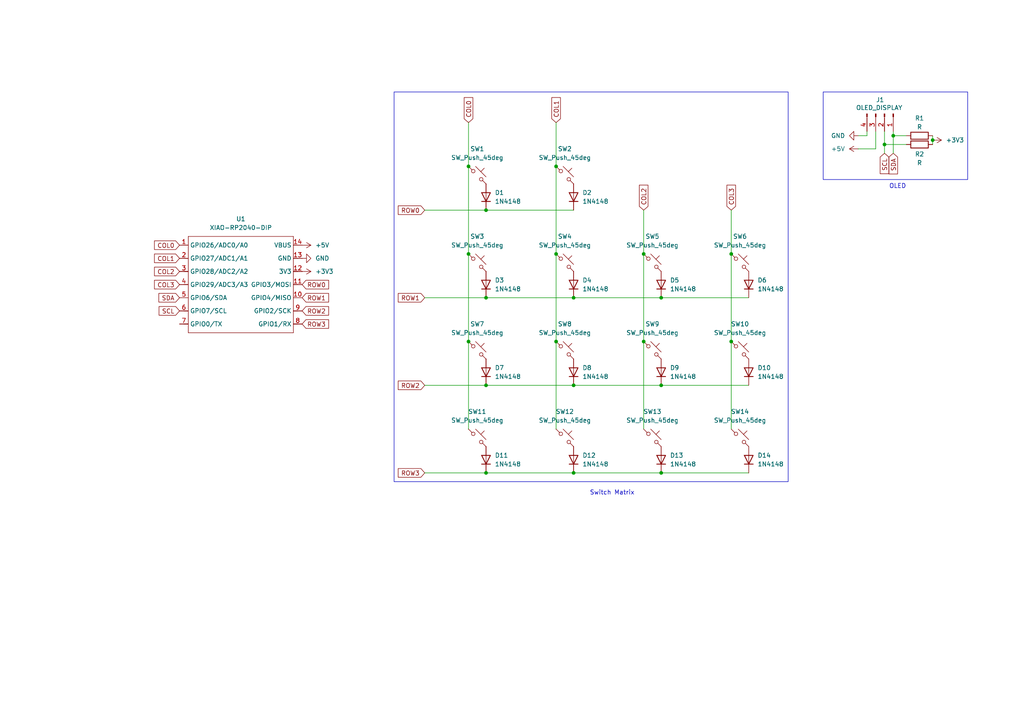
<source format=kicad_sch>
(kicad_sch
	(version 20231120)
	(generator "eeschema")
	(generator_version "8.0")
	(uuid "c2049636-2f52-4856-8341-a79c2ed61716")
	(paper "A4")
	(title_block
		(title "GoosePad")
		(date "2025-02-01")
		(rev "1")
	)
	(lib_symbols
		(symbol "Connector:Conn_01x04_Pin"
			(pin_names
				(offset 1.016) hide)
			(exclude_from_sim no)
			(in_bom yes)
			(on_board yes)
			(property "Reference" "J"
				(at 0 5.08 0)
				(effects
					(font
						(size 1.27 1.27)
					)
				)
			)
			(property "Value" "Conn_01x04_Pin"
				(at 0 -7.62 0)
				(effects
					(font
						(size 1.27 1.27)
					)
				)
			)
			(property "Footprint" ""
				(at 0 0 0)
				(effects
					(font
						(size 1.27 1.27)
					)
					(hide yes)
				)
			)
			(property "Datasheet" "~"
				(at 0 0 0)
				(effects
					(font
						(size 1.27 1.27)
					)
					(hide yes)
				)
			)
			(property "Description" "Generic connector, single row, 01x04, script generated"
				(at 0 0 0)
				(effects
					(font
						(size 1.27 1.27)
					)
					(hide yes)
				)
			)
			(property "ki_locked" ""
				(at 0 0 0)
				(effects
					(font
						(size 1.27 1.27)
					)
				)
			)
			(property "ki_keywords" "connector"
				(at 0 0 0)
				(effects
					(font
						(size 1.27 1.27)
					)
					(hide yes)
				)
			)
			(property "ki_fp_filters" "Connector*:*_1x??_*"
				(at 0 0 0)
				(effects
					(font
						(size 1.27 1.27)
					)
					(hide yes)
				)
			)
			(symbol "Conn_01x04_Pin_1_1"
				(polyline
					(pts
						(xy 1.27 -5.08) (xy 0.8636 -5.08)
					)
					(stroke
						(width 0.1524)
						(type default)
					)
					(fill
						(type none)
					)
				)
				(polyline
					(pts
						(xy 1.27 -2.54) (xy 0.8636 -2.54)
					)
					(stroke
						(width 0.1524)
						(type default)
					)
					(fill
						(type none)
					)
				)
				(polyline
					(pts
						(xy 1.27 0) (xy 0.8636 0)
					)
					(stroke
						(width 0.1524)
						(type default)
					)
					(fill
						(type none)
					)
				)
				(polyline
					(pts
						(xy 1.27 2.54) (xy 0.8636 2.54)
					)
					(stroke
						(width 0.1524)
						(type default)
					)
					(fill
						(type none)
					)
				)
				(rectangle
					(start 0.8636 -4.953)
					(end 0 -5.207)
					(stroke
						(width 0.1524)
						(type default)
					)
					(fill
						(type outline)
					)
				)
				(rectangle
					(start 0.8636 -2.413)
					(end 0 -2.667)
					(stroke
						(width 0.1524)
						(type default)
					)
					(fill
						(type outline)
					)
				)
				(rectangle
					(start 0.8636 0.127)
					(end 0 -0.127)
					(stroke
						(width 0.1524)
						(type default)
					)
					(fill
						(type outline)
					)
				)
				(rectangle
					(start 0.8636 2.667)
					(end 0 2.413)
					(stroke
						(width 0.1524)
						(type default)
					)
					(fill
						(type outline)
					)
				)
				(pin passive line
					(at 5.08 2.54 180)
					(length 3.81)
					(name "Pin_1"
						(effects
							(font
								(size 1.27 1.27)
							)
						)
					)
					(number "1"
						(effects
							(font
								(size 1.27 1.27)
							)
						)
					)
				)
				(pin passive line
					(at 5.08 0 180)
					(length 3.81)
					(name "Pin_2"
						(effects
							(font
								(size 1.27 1.27)
							)
						)
					)
					(number "2"
						(effects
							(font
								(size 1.27 1.27)
							)
						)
					)
				)
				(pin passive line
					(at 5.08 -2.54 180)
					(length 3.81)
					(name "Pin_3"
						(effects
							(font
								(size 1.27 1.27)
							)
						)
					)
					(number "3"
						(effects
							(font
								(size 1.27 1.27)
							)
						)
					)
				)
				(pin passive line
					(at 5.08 -5.08 180)
					(length 3.81)
					(name "Pin_4"
						(effects
							(font
								(size 1.27 1.27)
							)
						)
					)
					(number "4"
						(effects
							(font
								(size 1.27 1.27)
							)
						)
					)
				)
			)
		)
		(symbol "Device:R"
			(pin_numbers hide)
			(pin_names
				(offset 0)
			)
			(exclude_from_sim no)
			(in_bom yes)
			(on_board yes)
			(property "Reference" "R"
				(at 2.032 0 90)
				(effects
					(font
						(size 1.27 1.27)
					)
				)
			)
			(property "Value" "R"
				(at 0 0 90)
				(effects
					(font
						(size 1.27 1.27)
					)
				)
			)
			(property "Footprint" ""
				(at -1.778 0 90)
				(effects
					(font
						(size 1.27 1.27)
					)
					(hide yes)
				)
			)
			(property "Datasheet" "~"
				(at 0 0 0)
				(effects
					(font
						(size 1.27 1.27)
					)
					(hide yes)
				)
			)
			(property "Description" "Resistor"
				(at 0 0 0)
				(effects
					(font
						(size 1.27 1.27)
					)
					(hide yes)
				)
			)
			(property "ki_keywords" "R res resistor"
				(at 0 0 0)
				(effects
					(font
						(size 1.27 1.27)
					)
					(hide yes)
				)
			)
			(property "ki_fp_filters" "R_*"
				(at 0 0 0)
				(effects
					(font
						(size 1.27 1.27)
					)
					(hide yes)
				)
			)
			(symbol "R_0_1"
				(rectangle
					(start -1.016 -2.54)
					(end 1.016 2.54)
					(stroke
						(width 0.254)
						(type default)
					)
					(fill
						(type none)
					)
				)
			)
			(symbol "R_1_1"
				(pin passive line
					(at 0 3.81 270)
					(length 1.27)
					(name "~"
						(effects
							(font
								(size 1.27 1.27)
							)
						)
					)
					(number "1"
						(effects
							(font
								(size 1.27 1.27)
							)
						)
					)
				)
				(pin passive line
					(at 0 -3.81 90)
					(length 1.27)
					(name "~"
						(effects
							(font
								(size 1.27 1.27)
							)
						)
					)
					(number "2"
						(effects
							(font
								(size 1.27 1.27)
							)
						)
					)
				)
			)
		)
		(symbol "Diode:1N4148"
			(pin_numbers hide)
			(pin_names hide)
			(exclude_from_sim no)
			(in_bom yes)
			(on_board yes)
			(property "Reference" "D"
				(at 0 2.54 0)
				(effects
					(font
						(size 1.27 1.27)
					)
				)
			)
			(property "Value" "1N4148"
				(at 0 -2.54 0)
				(effects
					(font
						(size 1.27 1.27)
					)
				)
			)
			(property "Footprint" "Diode_THT:D_DO-35_SOD27_P7.62mm_Horizontal"
				(at 0 0 0)
				(effects
					(font
						(size 1.27 1.27)
					)
					(hide yes)
				)
			)
			(property "Datasheet" "https://assets.nexperia.com/documents/data-sheet/1N4148_1N4448.pdf"
				(at 0 0 0)
				(effects
					(font
						(size 1.27 1.27)
					)
					(hide yes)
				)
			)
			(property "Description" "100V 0.15A standard switching diode, DO-35"
				(at 0 0 0)
				(effects
					(font
						(size 1.27 1.27)
					)
					(hide yes)
				)
			)
			(property "Sim.Device" "D"
				(at 0 0 0)
				(effects
					(font
						(size 1.27 1.27)
					)
					(hide yes)
				)
			)
			(property "Sim.Pins" "1=K 2=A"
				(at 0 0 0)
				(effects
					(font
						(size 1.27 1.27)
					)
					(hide yes)
				)
			)
			(property "ki_keywords" "diode"
				(at 0 0 0)
				(effects
					(font
						(size 1.27 1.27)
					)
					(hide yes)
				)
			)
			(property "ki_fp_filters" "D*DO?35*"
				(at 0 0 0)
				(effects
					(font
						(size 1.27 1.27)
					)
					(hide yes)
				)
			)
			(symbol "1N4148_0_1"
				(polyline
					(pts
						(xy -1.27 1.27) (xy -1.27 -1.27)
					)
					(stroke
						(width 0.254)
						(type default)
					)
					(fill
						(type none)
					)
				)
				(polyline
					(pts
						(xy 1.27 0) (xy -1.27 0)
					)
					(stroke
						(width 0)
						(type default)
					)
					(fill
						(type none)
					)
				)
				(polyline
					(pts
						(xy 1.27 1.27) (xy 1.27 -1.27) (xy -1.27 0) (xy 1.27 1.27)
					)
					(stroke
						(width 0.254)
						(type default)
					)
					(fill
						(type none)
					)
				)
			)
			(symbol "1N4148_1_1"
				(pin passive line
					(at -3.81 0 0)
					(length 2.54)
					(name "K"
						(effects
							(font
								(size 1.27 1.27)
							)
						)
					)
					(number "1"
						(effects
							(font
								(size 1.27 1.27)
							)
						)
					)
				)
				(pin passive line
					(at 3.81 0 180)
					(length 2.54)
					(name "A"
						(effects
							(font
								(size 1.27 1.27)
							)
						)
					)
					(number "2"
						(effects
							(font
								(size 1.27 1.27)
							)
						)
					)
				)
			)
		)
		(symbol "Switch:SW_Push_45deg"
			(pin_numbers hide)
			(pin_names
				(offset 1.016) hide)
			(exclude_from_sim no)
			(in_bom yes)
			(on_board yes)
			(property "Reference" "SW"
				(at 3.048 1.016 0)
				(effects
					(font
						(size 1.27 1.27)
					)
					(justify left)
				)
			)
			(property "Value" "SW_Push_45deg"
				(at 0 -3.81 0)
				(effects
					(font
						(size 1.27 1.27)
					)
				)
			)
			(property "Footprint" ""
				(at 0 0 0)
				(effects
					(font
						(size 1.27 1.27)
					)
					(hide yes)
				)
			)
			(property "Datasheet" "~"
				(at 0 0 0)
				(effects
					(font
						(size 1.27 1.27)
					)
					(hide yes)
				)
			)
			(property "Description" "Push button switch, normally open, two pins, 45° tilted"
				(at 0 0 0)
				(effects
					(font
						(size 1.27 1.27)
					)
					(hide yes)
				)
			)
			(property "ki_keywords" "switch normally-open pushbutton push-button"
				(at 0 0 0)
				(effects
					(font
						(size 1.27 1.27)
					)
					(hide yes)
				)
			)
			(symbol "SW_Push_45deg_0_1"
				(circle
					(center -1.1684 1.1684)
					(radius 0.508)
					(stroke
						(width 0)
						(type default)
					)
					(fill
						(type none)
					)
				)
				(polyline
					(pts
						(xy -0.508 2.54) (xy 2.54 -0.508)
					)
					(stroke
						(width 0)
						(type default)
					)
					(fill
						(type none)
					)
				)
				(polyline
					(pts
						(xy 1.016 1.016) (xy 2.032 2.032)
					)
					(stroke
						(width 0)
						(type default)
					)
					(fill
						(type none)
					)
				)
				(polyline
					(pts
						(xy -2.54 2.54) (xy -1.524 1.524) (xy -1.524 1.524)
					)
					(stroke
						(width 0)
						(type default)
					)
					(fill
						(type none)
					)
				)
				(polyline
					(pts
						(xy 1.524 -1.524) (xy 2.54 -2.54) (xy 2.54 -2.54) (xy 2.54 -2.54)
					)
					(stroke
						(width 0)
						(type default)
					)
					(fill
						(type none)
					)
				)
				(circle
					(center 1.143 -1.1938)
					(radius 0.508)
					(stroke
						(width 0)
						(type default)
					)
					(fill
						(type none)
					)
				)
				(pin passive line
					(at -2.54 2.54 0)
					(length 0)
					(name "1"
						(effects
							(font
								(size 1.27 1.27)
							)
						)
					)
					(number "1"
						(effects
							(font
								(size 1.27 1.27)
							)
						)
					)
				)
				(pin passive line
					(at 2.54 -2.54 180)
					(length 0)
					(name "2"
						(effects
							(font
								(size 1.27 1.27)
							)
						)
					)
					(number "2"
						(effects
							(font
								(size 1.27 1.27)
							)
						)
					)
				)
			)
		)
		(symbol "XIAO:XIAO-RP2040-DIP"
			(exclude_from_sim no)
			(in_bom yes)
			(on_board yes)
			(property "Reference" "U"
				(at 0 0 0)
				(effects
					(font
						(size 1.27 1.27)
					)
				)
			)
			(property "Value" "XIAO-RP2040-DIP"
				(at 5.334 -1.778 0)
				(effects
					(font
						(size 1.27 1.27)
					)
				)
			)
			(property "Footprint" "Module:MOUDLE14P-XIAO-DIP-SMD"
				(at 14.478 -32.258 0)
				(effects
					(font
						(size 1.27 1.27)
					)
					(hide yes)
				)
			)
			(property "Datasheet" ""
				(at 0 0 0)
				(effects
					(font
						(size 1.27 1.27)
					)
					(hide yes)
				)
			)
			(property "Description" ""
				(at 0 0 0)
				(effects
					(font
						(size 1.27 1.27)
					)
					(hide yes)
				)
			)
			(symbol "XIAO-RP2040-DIP_1_0"
				(polyline
					(pts
						(xy -1.27 -30.48) (xy -1.27 -16.51)
					)
					(stroke
						(width 0.1524)
						(type solid)
					)
					(fill
						(type none)
					)
				)
				(polyline
					(pts
						(xy -1.27 -27.94) (xy -2.54 -27.94)
					)
					(stroke
						(width 0.1524)
						(type solid)
					)
					(fill
						(type none)
					)
				)
				(polyline
					(pts
						(xy -1.27 -24.13) (xy -2.54 -24.13)
					)
					(stroke
						(width 0.1524)
						(type solid)
					)
					(fill
						(type none)
					)
				)
				(polyline
					(pts
						(xy -1.27 -20.32) (xy -2.54 -20.32)
					)
					(stroke
						(width 0.1524)
						(type solid)
					)
					(fill
						(type none)
					)
				)
				(polyline
					(pts
						(xy -1.27 -16.51) (xy -2.54 -16.51)
					)
					(stroke
						(width 0.1524)
						(type solid)
					)
					(fill
						(type none)
					)
				)
				(polyline
					(pts
						(xy -1.27 -16.51) (xy -1.27 -12.7)
					)
					(stroke
						(width 0.1524)
						(type solid)
					)
					(fill
						(type none)
					)
				)
				(polyline
					(pts
						(xy -1.27 -12.7) (xy -2.54 -12.7)
					)
					(stroke
						(width 0.1524)
						(type solid)
					)
					(fill
						(type none)
					)
				)
				(polyline
					(pts
						(xy -1.27 -12.7) (xy -1.27 -8.89)
					)
					(stroke
						(width 0.1524)
						(type solid)
					)
					(fill
						(type none)
					)
				)
				(polyline
					(pts
						(xy -1.27 -8.89) (xy -2.54 -8.89)
					)
					(stroke
						(width 0.1524)
						(type solid)
					)
					(fill
						(type none)
					)
				)
				(polyline
					(pts
						(xy -1.27 -8.89) (xy -1.27 -5.08)
					)
					(stroke
						(width 0.1524)
						(type solid)
					)
					(fill
						(type none)
					)
				)
				(polyline
					(pts
						(xy -1.27 -5.08) (xy -2.54 -5.08)
					)
					(stroke
						(width 0.1524)
						(type solid)
					)
					(fill
						(type none)
					)
				)
				(polyline
					(pts
						(xy -1.27 -5.08) (xy -1.27 -2.54)
					)
					(stroke
						(width 0.1524)
						(type solid)
					)
					(fill
						(type none)
					)
				)
				(polyline
					(pts
						(xy -1.27 -2.54) (xy 29.21 -2.54)
					)
					(stroke
						(width 0.1524)
						(type solid)
					)
					(fill
						(type none)
					)
				)
				(polyline
					(pts
						(xy 29.21 -30.48) (xy -1.27 -30.48)
					)
					(stroke
						(width 0.1524)
						(type solid)
					)
					(fill
						(type none)
					)
				)
				(polyline
					(pts
						(xy 29.21 -12.7) (xy 29.21 -30.48)
					)
					(stroke
						(width 0.1524)
						(type solid)
					)
					(fill
						(type none)
					)
				)
				(polyline
					(pts
						(xy 29.21 -8.89) (xy 29.21 -12.7)
					)
					(stroke
						(width 0.1524)
						(type solid)
					)
					(fill
						(type none)
					)
				)
				(polyline
					(pts
						(xy 29.21 -5.08) (xy 29.21 -8.89)
					)
					(stroke
						(width 0.1524)
						(type solid)
					)
					(fill
						(type none)
					)
				)
				(polyline
					(pts
						(xy 29.21 -2.54) (xy 29.21 -5.08)
					)
					(stroke
						(width 0.1524)
						(type solid)
					)
					(fill
						(type none)
					)
				)
				(polyline
					(pts
						(xy 30.48 -27.94) (xy 29.21 -27.94)
					)
					(stroke
						(width 0.1524)
						(type solid)
					)
					(fill
						(type none)
					)
				)
				(polyline
					(pts
						(xy 30.48 -24.13) (xy 29.21 -24.13)
					)
					(stroke
						(width 0.1524)
						(type solid)
					)
					(fill
						(type none)
					)
				)
				(polyline
					(pts
						(xy 30.48 -20.32) (xy 29.21 -20.32)
					)
					(stroke
						(width 0.1524)
						(type solid)
					)
					(fill
						(type none)
					)
				)
				(polyline
					(pts
						(xy 30.48 -16.51) (xy 29.21 -16.51)
					)
					(stroke
						(width 0.1524)
						(type solid)
					)
					(fill
						(type none)
					)
				)
				(polyline
					(pts
						(xy 30.48 -12.7) (xy 29.21 -12.7)
					)
					(stroke
						(width 0.1524)
						(type solid)
					)
					(fill
						(type none)
					)
				)
				(polyline
					(pts
						(xy 30.48 -8.89) (xy 29.21 -8.89)
					)
					(stroke
						(width 0.1524)
						(type solid)
					)
					(fill
						(type none)
					)
				)
				(polyline
					(pts
						(xy 30.48 -5.08) (xy 29.21 -5.08)
					)
					(stroke
						(width 0.1524)
						(type solid)
					)
					(fill
						(type none)
					)
				)
				(pin passive line
					(at -3.81 -5.08 0)
					(length 2.54)
					(name "GPIO26/ADC0/A0"
						(effects
							(font
								(size 1.27 1.27)
							)
						)
					)
					(number "1"
						(effects
							(font
								(size 1.27 1.27)
							)
						)
					)
				)
				(pin passive line
					(at 31.75 -20.32 180)
					(length 2.54)
					(name "GPIO4/MISO"
						(effects
							(font
								(size 1.27 1.27)
							)
						)
					)
					(number "10"
						(effects
							(font
								(size 1.27 1.27)
							)
						)
					)
				)
				(pin passive line
					(at 31.75 -16.51 180)
					(length 2.54)
					(name "GPIO3/MOSI"
						(effects
							(font
								(size 1.27 1.27)
							)
						)
					)
					(number "11"
						(effects
							(font
								(size 1.27 1.27)
							)
						)
					)
				)
				(pin passive line
					(at 31.75 -12.7 180)
					(length 2.54)
					(name "3V3"
						(effects
							(font
								(size 1.27 1.27)
							)
						)
					)
					(number "12"
						(effects
							(font
								(size 1.27 1.27)
							)
						)
					)
				)
				(pin passive line
					(at 31.75 -8.89 180)
					(length 2.54)
					(name "GND"
						(effects
							(font
								(size 1.27 1.27)
							)
						)
					)
					(number "13"
						(effects
							(font
								(size 1.27 1.27)
							)
						)
					)
				)
				(pin passive line
					(at 31.75 -5.08 180)
					(length 2.54)
					(name "VBUS"
						(effects
							(font
								(size 1.27 1.27)
							)
						)
					)
					(number "14"
						(effects
							(font
								(size 1.27 1.27)
							)
						)
					)
				)
				(pin passive line
					(at -3.81 -8.89 0)
					(length 2.54)
					(name "GPIO27/ADC1/A1"
						(effects
							(font
								(size 1.27 1.27)
							)
						)
					)
					(number "2"
						(effects
							(font
								(size 1.27 1.27)
							)
						)
					)
				)
				(pin passive line
					(at -3.81 -12.7 0)
					(length 2.54)
					(name "GPIO28/ADC2/A2"
						(effects
							(font
								(size 1.27 1.27)
							)
						)
					)
					(number "3"
						(effects
							(font
								(size 1.27 1.27)
							)
						)
					)
				)
				(pin passive line
					(at -3.81 -16.51 0)
					(length 2.54)
					(name "GPIO29/ADC3/A3"
						(effects
							(font
								(size 1.27 1.27)
							)
						)
					)
					(number "4"
						(effects
							(font
								(size 1.27 1.27)
							)
						)
					)
				)
				(pin passive line
					(at -3.81 -20.32 0)
					(length 2.54)
					(name "GPIO6/SDA"
						(effects
							(font
								(size 1.27 1.27)
							)
						)
					)
					(number "5"
						(effects
							(font
								(size 1.27 1.27)
							)
						)
					)
				)
				(pin passive line
					(at -3.81 -24.13 0)
					(length 2.54)
					(name "GPIO7/SCL"
						(effects
							(font
								(size 1.27 1.27)
							)
						)
					)
					(number "6"
						(effects
							(font
								(size 1.27 1.27)
							)
						)
					)
				)
				(pin passive line
					(at -3.81 -27.94 0)
					(length 2.54)
					(name "GPIO0/TX"
						(effects
							(font
								(size 1.27 1.27)
							)
						)
					)
					(number "7"
						(effects
							(font
								(size 1.27 1.27)
							)
						)
					)
				)
				(pin passive line
					(at 31.75 -27.94 180)
					(length 2.54)
					(name "GPIO1/RX"
						(effects
							(font
								(size 1.27 1.27)
							)
						)
					)
					(number "8"
						(effects
							(font
								(size 1.27 1.27)
							)
						)
					)
				)
				(pin passive line
					(at 31.75 -24.13 180)
					(length 2.54)
					(name "GPIO2/SCK"
						(effects
							(font
								(size 1.27 1.27)
							)
						)
					)
					(number "9"
						(effects
							(font
								(size 1.27 1.27)
							)
						)
					)
				)
			)
		)
		(symbol "power:+3V3"
			(power)
			(pin_numbers hide)
			(pin_names
				(offset 0) hide)
			(exclude_from_sim no)
			(in_bom yes)
			(on_board yes)
			(property "Reference" "#PWR"
				(at 0 -3.81 0)
				(effects
					(font
						(size 1.27 1.27)
					)
					(hide yes)
				)
			)
			(property "Value" "+3V3"
				(at 0 3.556 0)
				(effects
					(font
						(size 1.27 1.27)
					)
				)
			)
			(property "Footprint" ""
				(at 0 0 0)
				(effects
					(font
						(size 1.27 1.27)
					)
					(hide yes)
				)
			)
			(property "Datasheet" ""
				(at 0 0 0)
				(effects
					(font
						(size 1.27 1.27)
					)
					(hide yes)
				)
			)
			(property "Description" "Power symbol creates a global label with name \"+3V3\""
				(at 0 0 0)
				(effects
					(font
						(size 1.27 1.27)
					)
					(hide yes)
				)
			)
			(property "ki_keywords" "global power"
				(at 0 0 0)
				(effects
					(font
						(size 1.27 1.27)
					)
					(hide yes)
				)
			)
			(symbol "+3V3_0_1"
				(polyline
					(pts
						(xy -0.762 1.27) (xy 0 2.54)
					)
					(stroke
						(width 0)
						(type default)
					)
					(fill
						(type none)
					)
				)
				(polyline
					(pts
						(xy 0 0) (xy 0 2.54)
					)
					(stroke
						(width 0)
						(type default)
					)
					(fill
						(type none)
					)
				)
				(polyline
					(pts
						(xy 0 2.54) (xy 0.762 1.27)
					)
					(stroke
						(width 0)
						(type default)
					)
					(fill
						(type none)
					)
				)
			)
			(symbol "+3V3_1_1"
				(pin power_in line
					(at 0 0 90)
					(length 0)
					(name "~"
						(effects
							(font
								(size 1.27 1.27)
							)
						)
					)
					(number "1"
						(effects
							(font
								(size 1.27 1.27)
							)
						)
					)
				)
			)
		)
		(symbol "power:+5V"
			(power)
			(pin_numbers hide)
			(pin_names
				(offset 0) hide)
			(exclude_from_sim no)
			(in_bom yes)
			(on_board yes)
			(property "Reference" "#PWR"
				(at 0 -3.81 0)
				(effects
					(font
						(size 1.27 1.27)
					)
					(hide yes)
				)
			)
			(property "Value" "+5V"
				(at 0 3.556 0)
				(effects
					(font
						(size 1.27 1.27)
					)
				)
			)
			(property "Footprint" ""
				(at 0 0 0)
				(effects
					(font
						(size 1.27 1.27)
					)
					(hide yes)
				)
			)
			(property "Datasheet" ""
				(at 0 0 0)
				(effects
					(font
						(size 1.27 1.27)
					)
					(hide yes)
				)
			)
			(property "Description" "Power symbol creates a global label with name \"+5V\""
				(at 0 0 0)
				(effects
					(font
						(size 1.27 1.27)
					)
					(hide yes)
				)
			)
			(property "ki_keywords" "global power"
				(at 0 0 0)
				(effects
					(font
						(size 1.27 1.27)
					)
					(hide yes)
				)
			)
			(symbol "+5V_0_1"
				(polyline
					(pts
						(xy -0.762 1.27) (xy 0 2.54)
					)
					(stroke
						(width 0)
						(type default)
					)
					(fill
						(type none)
					)
				)
				(polyline
					(pts
						(xy 0 0) (xy 0 2.54)
					)
					(stroke
						(width 0)
						(type default)
					)
					(fill
						(type none)
					)
				)
				(polyline
					(pts
						(xy 0 2.54) (xy 0.762 1.27)
					)
					(stroke
						(width 0)
						(type default)
					)
					(fill
						(type none)
					)
				)
			)
			(symbol "+5V_1_1"
				(pin power_in line
					(at 0 0 90)
					(length 0)
					(name "~"
						(effects
							(font
								(size 1.27 1.27)
							)
						)
					)
					(number "1"
						(effects
							(font
								(size 1.27 1.27)
							)
						)
					)
				)
			)
		)
		(symbol "power:GND"
			(power)
			(pin_numbers hide)
			(pin_names
				(offset 0) hide)
			(exclude_from_sim no)
			(in_bom yes)
			(on_board yes)
			(property "Reference" "#PWR"
				(at 0 -6.35 0)
				(effects
					(font
						(size 1.27 1.27)
					)
					(hide yes)
				)
			)
			(property "Value" "GND"
				(at 0 -3.81 0)
				(effects
					(font
						(size 1.27 1.27)
					)
				)
			)
			(property "Footprint" ""
				(at 0 0 0)
				(effects
					(font
						(size 1.27 1.27)
					)
					(hide yes)
				)
			)
			(property "Datasheet" ""
				(at 0 0 0)
				(effects
					(font
						(size 1.27 1.27)
					)
					(hide yes)
				)
			)
			(property "Description" "Power symbol creates a global label with name \"GND\" , ground"
				(at 0 0 0)
				(effects
					(font
						(size 1.27 1.27)
					)
					(hide yes)
				)
			)
			(property "ki_keywords" "global power"
				(at 0 0 0)
				(effects
					(font
						(size 1.27 1.27)
					)
					(hide yes)
				)
			)
			(symbol "GND_0_1"
				(polyline
					(pts
						(xy 0 0) (xy 0 -1.27) (xy 1.27 -1.27) (xy 0 -2.54) (xy -1.27 -1.27) (xy 0 -1.27)
					)
					(stroke
						(width 0)
						(type default)
					)
					(fill
						(type none)
					)
				)
			)
			(symbol "GND_1_1"
				(pin power_in line
					(at 0 0 270)
					(length 0)
					(name "~"
						(effects
							(font
								(size 1.27 1.27)
							)
						)
					)
					(number "1"
						(effects
							(font
								(size 1.27 1.27)
							)
						)
					)
				)
			)
		)
	)
	(junction
		(at 140.97 86.36)
		(diameter 0)
		(color 0 0 0 0)
		(uuid "1c7a4200-6cbc-4c9a-834c-834f14cd3f1b")
	)
	(junction
		(at 161.29 73.66)
		(diameter 0)
		(color 0 0 0 0)
		(uuid "2bec4d1c-131c-495d-acd5-0310cf6fc705")
	)
	(junction
		(at 186.69 73.66)
		(diameter 0)
		(color 0 0 0 0)
		(uuid "50fbb29f-7863-4cbf-9d1d-dfd0de24ca2e")
	)
	(junction
		(at 191.77 86.36)
		(diameter 0)
		(color 0 0 0 0)
		(uuid "659cb3ec-d9a4-493b-b015-6ab50da47336")
	)
	(junction
		(at 259.08 39.37)
		(diameter 0)
		(color 0 0 0 0)
		(uuid "66a9dbce-e6e0-4d58-b733-4ffdc05f1cc7")
	)
	(junction
		(at 166.37 111.76)
		(diameter 0)
		(color 0 0 0 0)
		(uuid "731649a9-eba4-47e8-84b0-f8732ec0555f")
	)
	(junction
		(at 161.29 48.26)
		(diameter 0)
		(color 0 0 0 0)
		(uuid "76af7f3a-c817-4652-94c9-8dd401c2c8f8")
	)
	(junction
		(at 135.89 99.06)
		(diameter 0)
		(color 0 0 0 0)
		(uuid "895e68e6-4081-4f1e-b95a-c90c5ffba339")
	)
	(junction
		(at 140.97 111.76)
		(diameter 0)
		(color 0 0 0 0)
		(uuid "9641486d-8982-4cc1-997e-4cafc49bfcac")
	)
	(junction
		(at 270.51 40.64)
		(diameter 0)
		(color 0 0 0 0)
		(uuid "9cd652f3-b3b7-4d07-b1f3-f6fd4058eb93")
	)
	(junction
		(at 186.69 99.06)
		(diameter 0)
		(color 0 0 0 0)
		(uuid "a1a0ebe7-8509-4809-9c9f-77a08deb0cd6")
	)
	(junction
		(at 140.97 137.16)
		(diameter 0)
		(color 0 0 0 0)
		(uuid "a84d4272-01f2-4dcc-9f1c-4413955b95ba")
	)
	(junction
		(at 135.89 48.26)
		(diameter 0)
		(color 0 0 0 0)
		(uuid "b8c470dc-f362-4710-8c08-7de367a596b0")
	)
	(junction
		(at 212.09 73.66)
		(diameter 0)
		(color 0 0 0 0)
		(uuid "c093e0e4-11f3-4ef6-a790-6ab3681f7792")
	)
	(junction
		(at 256.54 41.91)
		(diameter 0)
		(color 0 0 0 0)
		(uuid "c0feaa58-e75c-4f3b-9e2b-160d969a5b29")
	)
	(junction
		(at 191.77 111.76)
		(diameter 0)
		(color 0 0 0 0)
		(uuid "cfdda5cb-651c-4ef9-8c7c-32017f62096f")
	)
	(junction
		(at 191.77 137.16)
		(diameter 0)
		(color 0 0 0 0)
		(uuid "d7ca3084-5307-4118-9cb8-491105989ebd")
	)
	(junction
		(at 135.89 73.66)
		(diameter 0)
		(color 0 0 0 0)
		(uuid "df1861db-b3ec-4fba-b95c-708f4bbb7015")
	)
	(junction
		(at 161.29 99.06)
		(diameter 0)
		(color 0 0 0 0)
		(uuid "e468a9d9-a2ff-43ac-9168-89f783a0c268")
	)
	(junction
		(at 166.37 86.36)
		(diameter 0)
		(color 0 0 0 0)
		(uuid "e68fe2e3-9ebb-4057-852a-fbd17fe295d2")
	)
	(junction
		(at 140.97 60.96)
		(diameter 0)
		(color 0 0 0 0)
		(uuid "e8e49199-2dca-4da6-877f-014e70a9b5b5")
	)
	(junction
		(at 212.09 99.06)
		(diameter 0)
		(color 0 0 0 0)
		(uuid "e9bde231-9c63-40bc-9a01-2a5db8beb7af")
	)
	(junction
		(at 166.37 137.16)
		(diameter 0)
		(color 0 0 0 0)
		(uuid "f0690b63-212a-459a-8202-6355e10c7f63")
	)
	(wire
		(pts
			(xy 251.46 38.1) (xy 251.46 39.37)
		)
		(stroke
			(width 0)
			(type default)
		)
		(uuid "00b3e693-c196-4e9a-ac99-097d4c76d8e8")
	)
	(wire
		(pts
			(xy 186.69 60.96) (xy 186.69 73.66)
		)
		(stroke
			(width 0)
			(type default)
		)
		(uuid "03636b58-9a13-48f3-9dce-ac4bc28a734b")
	)
	(wire
		(pts
			(xy 186.69 99.06) (xy 186.69 124.46)
		)
		(stroke
			(width 0)
			(type default)
		)
		(uuid "0427a52a-4f00-4596-87bb-0aac1cd6d7df")
	)
	(wire
		(pts
			(xy 270.51 40.64) (xy 270.51 41.91)
		)
		(stroke
			(width 0)
			(type default)
		)
		(uuid "2acf9cf8-9839-4de4-a73c-dc0012220d48")
	)
	(wire
		(pts
			(xy 259.08 44.45) (xy 259.08 39.37)
		)
		(stroke
			(width 0)
			(type default)
		)
		(uuid "2cea1ffa-abd6-4cda-a5c0-2813405899da")
	)
	(wire
		(pts
			(xy 251.46 39.37) (xy 248.92 39.37)
		)
		(stroke
			(width 0)
			(type default)
		)
		(uuid "39982207-76b6-4e68-8b91-1f630de5224a")
	)
	(wire
		(pts
			(xy 191.77 111.76) (xy 217.17 111.76)
		)
		(stroke
			(width 0)
			(type default)
		)
		(uuid "3def2503-0806-4e62-b1a8-0c54372c4286")
	)
	(wire
		(pts
			(xy 191.77 86.36) (xy 217.17 86.36)
		)
		(stroke
			(width 0)
			(type default)
		)
		(uuid "3e463a88-be6f-4430-8375-2f8b1a0c7882")
	)
	(wire
		(pts
			(xy 135.89 73.66) (xy 135.89 99.06)
		)
		(stroke
			(width 0)
			(type default)
		)
		(uuid "40128021-4c8a-4e82-9b51-56632b319f39")
	)
	(wire
		(pts
			(xy 212.09 60.96) (xy 212.09 73.66)
		)
		(stroke
			(width 0)
			(type default)
		)
		(uuid "4c9ce051-d312-4155-8307-58539b02972e")
	)
	(wire
		(pts
			(xy 270.51 39.37) (xy 270.51 40.64)
		)
		(stroke
			(width 0)
			(type default)
		)
		(uuid "4ef5e2b4-1eb2-445a-9e72-7a9a1e859fec")
	)
	(wire
		(pts
			(xy 166.37 86.36) (xy 191.77 86.36)
		)
		(stroke
			(width 0)
			(type default)
		)
		(uuid "60ab20f6-c371-4231-bd0a-d1f5592b25f3")
	)
	(wire
		(pts
			(xy 256.54 41.91) (xy 256.54 44.45)
		)
		(stroke
			(width 0)
			(type default)
		)
		(uuid "613693d8-db31-4458-8e71-a0380caed2fa")
	)
	(wire
		(pts
			(xy 254 43.18) (xy 248.92 43.18)
		)
		(stroke
			(width 0)
			(type default)
		)
		(uuid "616ac38d-3924-4ba6-953f-03feff46c483")
	)
	(wire
		(pts
			(xy 161.29 35.56) (xy 161.29 48.26)
		)
		(stroke
			(width 0)
			(type default)
		)
		(uuid "675a45bc-0746-43b1-bbdc-6af260874c14")
	)
	(wire
		(pts
			(xy 259.08 39.37) (xy 259.08 38.1)
		)
		(stroke
			(width 0)
			(type default)
		)
		(uuid "6b753dc4-8fe2-45ba-bb1f-bc1f19a89864")
	)
	(wire
		(pts
			(xy 212.09 99.06) (xy 212.09 124.46)
		)
		(stroke
			(width 0)
			(type default)
		)
		(uuid "84067adb-0c7e-420d-9caf-363dfcb8958b")
	)
	(wire
		(pts
			(xy 135.89 48.26) (xy 135.89 73.66)
		)
		(stroke
			(width 0)
			(type default)
		)
		(uuid "8d06bf5e-6140-4823-a2a0-1e159ebe7ef0")
	)
	(wire
		(pts
			(xy 259.08 39.37) (xy 262.89 39.37)
		)
		(stroke
			(width 0)
			(type default)
		)
		(uuid "95b4357f-c39a-4a8b-8a78-49c5645229dc")
	)
	(wire
		(pts
			(xy 123.19 60.96) (xy 140.97 60.96)
		)
		(stroke
			(width 0)
			(type default)
		)
		(uuid "9af88768-d666-498e-ae8b-aa69e185689e")
	)
	(wire
		(pts
			(xy 135.89 35.56) (xy 135.89 48.26)
		)
		(stroke
			(width 0)
			(type default)
		)
		(uuid "9f0b7996-ee56-4dc9-bac5-80523b87ef89")
	)
	(wire
		(pts
			(xy 123.19 137.16) (xy 140.97 137.16)
		)
		(stroke
			(width 0)
			(type default)
		)
		(uuid "a35431a9-2db0-4bef-9284-5ff6fd12387c")
	)
	(wire
		(pts
			(xy 123.19 86.36) (xy 140.97 86.36)
		)
		(stroke
			(width 0)
			(type default)
		)
		(uuid "a60953c6-d5af-431d-a02c-862e7cb12702")
	)
	(wire
		(pts
			(xy 140.97 86.36) (xy 166.37 86.36)
		)
		(stroke
			(width 0)
			(type default)
		)
		(uuid "a7825744-1797-4a72-9b81-dda0139c912a")
	)
	(wire
		(pts
			(xy 191.77 137.16) (xy 217.17 137.16)
		)
		(stroke
			(width 0)
			(type default)
		)
		(uuid "ac5e5b5c-cf6a-4b73-8aed-c3838b8268b1")
	)
	(wire
		(pts
			(xy 140.97 60.96) (xy 166.37 60.96)
		)
		(stroke
			(width 0)
			(type default)
		)
		(uuid "aee4fef6-4864-484d-a7db-2042de634730")
	)
	(wire
		(pts
			(xy 140.97 137.16) (xy 166.37 137.16)
		)
		(stroke
			(width 0)
			(type default)
		)
		(uuid "b016af87-4d9b-4f75-8dd7-84a213b243e2")
	)
	(wire
		(pts
			(xy 123.19 111.76) (xy 140.97 111.76)
		)
		(stroke
			(width 0)
			(type default)
		)
		(uuid "b79faa98-7afd-48b8-9089-30e58e900007")
	)
	(wire
		(pts
			(xy 135.89 99.06) (xy 135.89 124.46)
		)
		(stroke
			(width 0)
			(type default)
		)
		(uuid "c1bd2388-76d8-44bc-ba9b-cf74b635c95a")
	)
	(wire
		(pts
			(xy 161.29 73.66) (xy 161.29 99.06)
		)
		(stroke
			(width 0)
			(type default)
		)
		(uuid "c534d4cd-9e25-43aa-84fc-3ad6ee466b5d")
	)
	(wire
		(pts
			(xy 256.54 41.91) (xy 262.89 41.91)
		)
		(stroke
			(width 0)
			(type default)
		)
		(uuid "cd183cba-de03-4f26-9cfd-2d96db7f5d48")
	)
	(wire
		(pts
			(xy 161.29 99.06) (xy 161.29 124.46)
		)
		(stroke
			(width 0)
			(type default)
		)
		(uuid "d083e172-5010-41c2-91d8-b655d5b8effc")
	)
	(wire
		(pts
			(xy 186.69 73.66) (xy 186.69 99.06)
		)
		(stroke
			(width 0)
			(type default)
		)
		(uuid "d22e7107-38ac-4c69-92a2-444615cb9386")
	)
	(wire
		(pts
			(xy 254 38.1) (xy 254 43.18)
		)
		(stroke
			(width 0)
			(type default)
		)
		(uuid "d66614d3-1a13-412f-add4-95a2b9c4b0c2")
	)
	(wire
		(pts
			(xy 166.37 111.76) (xy 191.77 111.76)
		)
		(stroke
			(width 0)
			(type default)
		)
		(uuid "d758a93f-b867-422b-af5b-0cf4d251d8a8")
	)
	(wire
		(pts
			(xy 166.37 137.16) (xy 191.77 137.16)
		)
		(stroke
			(width 0)
			(type default)
		)
		(uuid "e028bab2-3a15-4b8f-ba07-c01b53cdbf7c")
	)
	(wire
		(pts
			(xy 212.09 73.66) (xy 212.09 99.06)
		)
		(stroke
			(width 0)
			(type default)
		)
		(uuid "e5b6f622-0017-43b8-b39d-c0da668c4ca9")
	)
	(wire
		(pts
			(xy 161.29 48.26) (xy 161.29 73.66)
		)
		(stroke
			(width 0)
			(type default)
		)
		(uuid "efc4a30c-1962-48d8-b0b8-101787524a8d")
	)
	(wire
		(pts
			(xy 140.97 111.76) (xy 166.37 111.76)
		)
		(stroke
			(width 0)
			(type default)
		)
		(uuid "f5192d09-b037-4ab7-adb8-5234a4e44cc0")
	)
	(wire
		(pts
			(xy 256.54 38.1) (xy 256.54 41.91)
		)
		(stroke
			(width 0)
			(type default)
		)
		(uuid "fac8abdf-b092-4c28-a2cb-be48c8936497")
	)
	(rectangle
		(start 238.76 26.67)
		(end 280.67 52.07)
		(stroke
			(width 0)
			(type default)
		)
		(fill
			(type none)
		)
		(uuid 324df555-a1ca-48d0-aad8-2efac46747f3)
	)
	(rectangle
		(start 114.3 26.67)
		(end 228.6 139.7)
		(stroke
			(width 0)
			(type default)
		)
		(fill
			(type none)
		)
		(uuid d6bc8f49-bbc3-4343-8d4d-76c94996d396)
	)
	(text "OLED"
		(exclude_from_sim no)
		(at 260.35 54.102 0)
		(effects
			(font
				(size 1.27 1.27)
			)
		)
		(uuid "6be2950e-2183-44a9-b786-89dc6f62a72e")
	)
	(text "Switch Matrix"
		(exclude_from_sim no)
		(at 177.546 143.002 0)
		(effects
			(font
				(size 1.27 1.27)
			)
		)
		(uuid "b2265920-d1e9-49f5-bab0-c6dbdf2a7eb9")
	)
	(global_label "ROW2"
		(shape input)
		(at 123.19 111.76 180)
		(fields_autoplaced yes)
		(effects
			(font
				(size 1.27 1.27)
			)
			(justify right)
		)
		(uuid "064dd803-ee1d-4f00-bc2e-078d5b4d0848")
		(property "Intersheetrefs" "${INTERSHEET_REFS}"
			(at 114.9434 111.76 0)
			(effects
				(font
					(size 1.27 1.27)
				)
				(justify right)
				(hide yes)
			)
		)
	)
	(global_label "COL1"
		(shape input)
		(at 52.07 74.93 180)
		(fields_autoplaced yes)
		(effects
			(font
				(size 1.27 1.27)
			)
			(justify right)
		)
		(uuid "21db859d-db59-4d19-b462-8d8aea3b7843")
		(property "Intersheetrefs" "${INTERSHEET_REFS}"
			(at 44.2467 74.93 0)
			(effects
				(font
					(size 1.27 1.27)
				)
				(justify right)
				(hide yes)
			)
		)
	)
	(global_label "COL2"
		(shape input)
		(at 186.69 60.96 90)
		(fields_autoplaced yes)
		(effects
			(font
				(size 1.27 1.27)
			)
			(justify left)
		)
		(uuid "2d5ece74-5dfd-4828-83fe-f94c8153945c")
		(property "Intersheetrefs" "${INTERSHEET_REFS}"
			(at 186.69 53.1367 90)
			(effects
				(font
					(size 1.27 1.27)
				)
				(justify left)
				(hide yes)
			)
		)
	)
	(global_label "ROW0"
		(shape input)
		(at 87.63 82.55 0)
		(fields_autoplaced yes)
		(effects
			(font
				(size 1.27 1.27)
			)
			(justify left)
		)
		(uuid "3ba50084-69dc-4a84-b7d3-21ed979b8d14")
		(property "Intersheetrefs" "${INTERSHEET_REFS}"
			(at 95.8766 82.55 0)
			(effects
				(font
					(size 1.27 1.27)
				)
				(justify left)
				(hide yes)
			)
		)
	)
	(global_label "ROW0"
		(shape input)
		(at 123.19 60.96 180)
		(fields_autoplaced yes)
		(effects
			(font
				(size 1.27 1.27)
			)
			(justify right)
		)
		(uuid "413d8389-5512-448a-9f56-783516e50a77")
		(property "Intersheetrefs" "${INTERSHEET_REFS}"
			(at 114.9434 60.96 0)
			(effects
				(font
					(size 1.27 1.27)
				)
				(justify right)
				(hide yes)
			)
		)
	)
	(global_label "COL2"
		(shape input)
		(at 52.07 78.74 180)
		(fields_autoplaced yes)
		(effects
			(font
				(size 1.27 1.27)
			)
			(justify right)
		)
		(uuid "55bb37ff-3509-4d60-ad35-a2efa186a722")
		(property "Intersheetrefs" "${INTERSHEET_REFS}"
			(at 44.2467 78.74 0)
			(effects
				(font
					(size 1.27 1.27)
				)
				(justify right)
				(hide yes)
			)
		)
	)
	(global_label "ROW1"
		(shape input)
		(at 123.19 86.36 180)
		(fields_autoplaced yes)
		(effects
			(font
				(size 1.27 1.27)
			)
			(justify right)
		)
		(uuid "5ce544af-2de0-491d-b3b6-2a6647810716")
		(property "Intersheetrefs" "${INTERSHEET_REFS}"
			(at 114.9434 86.36 0)
			(effects
				(font
					(size 1.27 1.27)
				)
				(justify right)
				(hide yes)
			)
		)
	)
	(global_label "COL3"
		(shape input)
		(at 52.07 82.55 180)
		(fields_autoplaced yes)
		(effects
			(font
				(size 1.27 1.27)
			)
			(justify right)
		)
		(uuid "5e0d9713-0a9b-4249-b07d-6a37a04c3856")
		(property "Intersheetrefs" "${INTERSHEET_REFS}"
			(at 44.2467 82.55 0)
			(effects
				(font
					(size 1.27 1.27)
				)
				(justify right)
				(hide yes)
			)
		)
	)
	(global_label "ROW2"
		(shape input)
		(at 87.63 90.17 0)
		(fields_autoplaced yes)
		(effects
			(font
				(size 1.27 1.27)
			)
			(justify left)
		)
		(uuid "64257335-34c3-485c-ac7b-a603a4bf3950")
		(property "Intersheetrefs" "${INTERSHEET_REFS}"
			(at 95.8766 90.17 0)
			(effects
				(font
					(size 1.27 1.27)
				)
				(justify left)
				(hide yes)
			)
		)
	)
	(global_label "ROW1"
		(shape input)
		(at 87.63 86.36 0)
		(fields_autoplaced yes)
		(effects
			(font
				(size 1.27 1.27)
			)
			(justify left)
		)
		(uuid "71512088-d5f1-43f9-84ba-030bdd63f8f8")
		(property "Intersheetrefs" "${INTERSHEET_REFS}"
			(at 95.8766 86.36 0)
			(effects
				(font
					(size 1.27 1.27)
				)
				(justify left)
				(hide yes)
			)
		)
	)
	(global_label "ROW3"
		(shape input)
		(at 87.63 93.98 0)
		(fields_autoplaced yes)
		(effects
			(font
				(size 1.27 1.27)
			)
			(justify left)
		)
		(uuid "a600cf72-cd19-409b-91d3-cf2fa9234838")
		(property "Intersheetrefs" "${INTERSHEET_REFS}"
			(at 95.8766 93.98 0)
			(effects
				(font
					(size 1.27 1.27)
				)
				(justify left)
				(hide yes)
			)
		)
	)
	(global_label "SDA"
		(shape input)
		(at 259.08 44.45 270)
		(fields_autoplaced yes)
		(effects
			(font
				(size 1.27 1.27)
			)
			(justify right)
		)
		(uuid "b2ac38fe-6c27-43eb-9951-14b455bba82f")
		(property "Intersheetrefs" "${INTERSHEET_REFS}"
			(at 259.08 51.0033 90)
			(effects
				(font
					(size 1.27 1.27)
				)
				(justify right)
				(hide yes)
			)
		)
	)
	(global_label "SCL"
		(shape input)
		(at 256.54 44.45 270)
		(fields_autoplaced yes)
		(effects
			(font
				(size 1.27 1.27)
			)
			(justify right)
		)
		(uuid "c96fe2bc-6ef9-4e31-8ee5-a49e9dfc27f9")
		(property "Intersheetrefs" "${INTERSHEET_REFS}"
			(at 256.54 50.9428 90)
			(effects
				(font
					(size 1.27 1.27)
				)
				(justify right)
				(hide yes)
			)
		)
	)
	(global_label "SDA"
		(shape input)
		(at 52.07 86.36 180)
		(fields_autoplaced yes)
		(effects
			(font
				(size 1.27 1.27)
			)
			(justify right)
		)
		(uuid "cf8d62f4-ddc9-455d-8bb2-cc13494f84d1")
		(property "Intersheetrefs" "${INTERSHEET_REFS}"
			(at 45.5167 86.36 0)
			(effects
				(font
					(size 1.27 1.27)
				)
				(justify right)
				(hide yes)
			)
		)
	)
	(global_label "ROW3"
		(shape input)
		(at 123.19 137.16 180)
		(fields_autoplaced yes)
		(effects
			(font
				(size 1.27 1.27)
			)
			(justify right)
		)
		(uuid "d0994bb6-d607-4ec3-9353-e608444001f9")
		(property "Intersheetrefs" "${INTERSHEET_REFS}"
			(at 114.9434 137.16 0)
			(effects
				(font
					(size 1.27 1.27)
				)
				(justify right)
				(hide yes)
			)
		)
	)
	(global_label "COL1"
		(shape input)
		(at 161.29 35.56 90)
		(fields_autoplaced yes)
		(effects
			(font
				(size 1.27 1.27)
			)
			(justify left)
		)
		(uuid "d4f62d5f-6b89-4a08-9929-714dbe7a70fa")
		(property "Intersheetrefs" "${INTERSHEET_REFS}"
			(at 161.29 27.7367 90)
			(effects
				(font
					(size 1.27 1.27)
				)
				(justify left)
				(hide yes)
			)
		)
	)
	(global_label "COL3"
		(shape input)
		(at 212.09 60.96 90)
		(fields_autoplaced yes)
		(effects
			(font
				(size 1.27 1.27)
			)
			(justify left)
		)
		(uuid "d8478943-491f-4404-ae5a-24e62febaf97")
		(property "Intersheetrefs" "${INTERSHEET_REFS}"
			(at 212.09 53.1367 90)
			(effects
				(font
					(size 1.27 1.27)
				)
				(justify left)
				(hide yes)
			)
		)
	)
	(global_label "COL0"
		(shape input)
		(at 135.89 35.56 90)
		(fields_autoplaced yes)
		(effects
			(font
				(size 1.27 1.27)
			)
			(justify left)
		)
		(uuid "e8347f46-a4d0-4a2d-9bc7-0a0430132f13")
		(property "Intersheetrefs" "${INTERSHEET_REFS}"
			(at 135.89 27.7367 90)
			(effects
				(font
					(size 1.27 1.27)
				)
				(justify left)
				(hide yes)
			)
		)
	)
	(global_label "COL0"
		(shape input)
		(at 52.07 71.12 180)
		(fields_autoplaced yes)
		(effects
			(font
				(size 1.27 1.27)
			)
			(justify right)
		)
		(uuid "f97461f0-0683-47f0-a73c-2bad49dfd57b")
		(property "Intersheetrefs" "${INTERSHEET_REFS}"
			(at 44.2467 71.12 0)
			(effects
				(font
					(size 1.27 1.27)
				)
				(justify right)
				(hide yes)
			)
		)
	)
	(global_label "SCL"
		(shape input)
		(at 52.07 90.17 180)
		(fields_autoplaced yes)
		(effects
			(font
				(size 1.27 1.27)
			)
			(justify right)
		)
		(uuid "fcd9f977-68c2-4fb5-b8d6-c4136b1a935a")
		(property "Intersheetrefs" "${INTERSHEET_REFS}"
			(at 45.5772 90.17 0)
			(effects
				(font
					(size 1.27 1.27)
				)
				(justify right)
				(hide yes)
			)
		)
	)
	(symbol
		(lib_id "Diode:1N4148")
		(at 217.17 107.95 90)
		(unit 1)
		(exclude_from_sim no)
		(in_bom yes)
		(on_board yes)
		(dnp no)
		(fields_autoplaced yes)
		(uuid "0ec5249e-924d-424d-9457-68f33cef911e")
		(property "Reference" "D10"
			(at 219.71 106.6799 90)
			(effects
				(font
					(size 1.27 1.27)
				)
				(justify right)
			)
		)
		(property "Value" "1N4148"
			(at 219.71 109.2199 90)
			(effects
				(font
					(size 1.27 1.27)
				)
				(justify right)
			)
		)
		(property "Footprint" "Diode_THT:D_DO-35_SOD27_P7.62mm_Horizontal"
			(at 217.17 107.95 0)
			(effects
				(font
					(size 1.27 1.27)
				)
				(hide yes)
			)
		)
		(property "Datasheet" "https://assets.nexperia.com/documents/data-sheet/1N4148_1N4448.pdf"
			(at 217.17 107.95 0)
			(effects
				(font
					(size 1.27 1.27)
				)
				(hide yes)
			)
		)
		(property "Description" "100V 0.15A standard switching diode, DO-35"
			(at 217.17 107.95 0)
			(effects
				(font
					(size 1.27 1.27)
				)
				(hide yes)
			)
		)
		(property "Sim.Device" "D"
			(at 217.17 107.95 0)
			(effects
				(font
					(size 1.27 1.27)
				)
				(hide yes)
			)
		)
		(property "Sim.Pins" "1=K 2=A"
			(at 217.17 107.95 0)
			(effects
				(font
					(size 1.27 1.27)
				)
				(hide yes)
			)
		)
		(pin "1"
			(uuid "69c160c1-50ca-4ba5-9eff-78cf288433d3")
		)
		(pin "2"
			(uuid "03a667fc-c1f3-48fb-84be-d2be5d73857f")
		)
		(instances
			(project "MacroPad"
				(path "/c2049636-2f52-4856-8341-a79c2ed61716"
					(reference "D10")
					(unit 1)
				)
			)
		)
	)
	(symbol
		(lib_id "Switch:SW_Push_45deg")
		(at 138.43 50.8 0)
		(unit 1)
		(exclude_from_sim no)
		(in_bom yes)
		(on_board yes)
		(dnp no)
		(fields_autoplaced yes)
		(uuid "17aa503c-97c6-4b26-9322-32104666f267")
		(property "Reference" "SW1"
			(at 138.43 43.18 0)
			(effects
				(font
					(size 1.27 1.27)
				)
			)
		)
		(property "Value" "SW_Push_45deg"
			(at 138.43 45.72 0)
			(effects
				(font
					(size 1.27 1.27)
				)
			)
		)
		(property "Footprint" "ScottoKeebs_MX:MX_PCB_1.00u"
			(at 138.43 50.8 0)
			(effects
				(font
					(size 1.27 1.27)
				)
				(hide yes)
			)
		)
		(property "Datasheet" "~"
			(at 138.43 50.8 0)
			(effects
				(font
					(size 1.27 1.27)
				)
				(hide yes)
			)
		)
		(property "Description" "Push button switch, normally open, two pins, 45° tilted"
			(at 138.43 50.8 0)
			(effects
				(font
					(size 1.27 1.27)
				)
				(hide yes)
			)
		)
		(pin "1"
			(uuid "d9d79952-3ecb-4e3f-9741-4c400f095d3b")
		)
		(pin "2"
			(uuid "fc9f72c8-f187-41f0-ac2e-0157dcdf1523")
		)
		(instances
			(project "MacroPad"
				(path "/c2049636-2f52-4856-8341-a79c2ed61716"
					(reference "SW1")
					(unit 1)
				)
			)
		)
	)
	(symbol
		(lib_id "power:+5V")
		(at 87.63 71.12 270)
		(unit 1)
		(exclude_from_sim no)
		(in_bom yes)
		(on_board yes)
		(dnp no)
		(fields_autoplaced yes)
		(uuid "181cd735-5ecf-4d40-8519-9c7d47ee0e44")
		(property "Reference" "#PWR06"
			(at 83.82 71.12 0)
			(effects
				(font
					(size 1.27 1.27)
				)
				(hide yes)
			)
		)
		(property "Value" "+5V"
			(at 91.44 71.1199 90)
			(effects
				(font
					(size 1.27 1.27)
				)
				(justify left)
			)
		)
		(property "Footprint" ""
			(at 87.63 71.12 0)
			(effects
				(font
					(size 1.27 1.27)
				)
				(hide yes)
			)
		)
		(property "Datasheet" ""
			(at 87.63 71.12 0)
			(effects
				(font
					(size 1.27 1.27)
				)
				(hide yes)
			)
		)
		(property "Description" "Power symbol creates a global label with name \"+5V\""
			(at 87.63 71.12 0)
			(effects
				(font
					(size 1.27 1.27)
				)
				(hide yes)
			)
		)
		(pin "1"
			(uuid "2aa1467e-434a-4e58-9298-fd74c0d3ca5a")
		)
		(instances
			(project ""
				(path "/c2049636-2f52-4856-8341-a79c2ed61716"
					(reference "#PWR06")
					(unit 1)
				)
			)
		)
	)
	(symbol
		(lib_id "power:+3V3")
		(at 87.63 78.74 270)
		(unit 1)
		(exclude_from_sim no)
		(in_bom yes)
		(on_board yes)
		(dnp no)
		(fields_autoplaced yes)
		(uuid "1d36a673-2287-43d1-8acf-50aa8af27d1b")
		(property "Reference" "#PWR04"
			(at 83.82 78.74 0)
			(effects
				(font
					(size 1.27 1.27)
				)
				(hide yes)
			)
		)
		(property "Value" "+3V3"
			(at 91.44 78.7399 90)
			(effects
				(font
					(size 1.27 1.27)
				)
				(justify left)
			)
		)
		(property "Footprint" ""
			(at 87.63 78.74 0)
			(effects
				(font
					(size 1.27 1.27)
				)
				(hide yes)
			)
		)
		(property "Datasheet" ""
			(at 87.63 78.74 0)
			(effects
				(font
					(size 1.27 1.27)
				)
				(hide yes)
			)
		)
		(property "Description" "Power symbol creates a global label with name \"+3V3\""
			(at 87.63 78.74 0)
			(effects
				(font
					(size 1.27 1.27)
				)
				(hide yes)
			)
		)
		(pin "1"
			(uuid "4f311df9-fd45-4e85-850f-7b39677b8a22")
		)
		(instances
			(project ""
				(path "/c2049636-2f52-4856-8341-a79c2ed61716"
					(reference "#PWR04")
					(unit 1)
				)
			)
		)
	)
	(symbol
		(lib_id "Switch:SW_Push_45deg")
		(at 189.23 101.6 0)
		(unit 1)
		(exclude_from_sim no)
		(in_bom yes)
		(on_board yes)
		(dnp no)
		(fields_autoplaced yes)
		(uuid "290d4c06-fb69-41bb-b3ca-3eb06ad135c1")
		(property "Reference" "SW9"
			(at 189.23 93.98 0)
			(effects
				(font
					(size 1.27 1.27)
				)
			)
		)
		(property "Value" "SW_Push_45deg"
			(at 189.23 96.52 0)
			(effects
				(font
					(size 1.27 1.27)
				)
			)
		)
		(property "Footprint" "ScottoKeebs_MX:MX_PCB_1.00u"
			(at 189.23 101.6 0)
			(effects
				(font
					(size 1.27 1.27)
				)
				(hide yes)
			)
		)
		(property "Datasheet" "~"
			(at 189.23 101.6 0)
			(effects
				(font
					(size 1.27 1.27)
				)
				(hide yes)
			)
		)
		(property "Description" "Push button switch, normally open, two pins, 45° tilted"
			(at 189.23 101.6 0)
			(effects
				(font
					(size 1.27 1.27)
				)
				(hide yes)
			)
		)
		(pin "1"
			(uuid "fe757e1f-cd78-4b60-b4de-c20a7fb15042")
		)
		(pin "2"
			(uuid "0ea8827d-6b46-4b17-b9c9-c96c856428c9")
		)
		(instances
			(project ""
				(path "/c2049636-2f52-4856-8341-a79c2ed61716"
					(reference "SW9")
					(unit 1)
				)
			)
		)
	)
	(symbol
		(lib_id "Connector:Conn_01x04_Pin")
		(at 256.54 33.02 270)
		(unit 1)
		(exclude_from_sim no)
		(in_bom yes)
		(on_board yes)
		(dnp no)
		(uuid "2da79b86-e8a1-42bb-9877-742ca73d0012")
		(property "Reference" "J1"
			(at 255.27 28.956 90)
			(effects
				(font
					(size 1.27 1.27)
				)
			)
		)
		(property "Value" "OLED_DISPLAY"
			(at 255.016 31.242 90)
			(effects
				(font
					(size 1.27 1.27)
				)
			)
		)
		(property "Footprint" "OLED:MODULE_DM-OLED096-636"
			(at 256.54 33.02 0)
			(effects
				(font
					(size 1.27 1.27)
				)
				(hide yes)
			)
		)
		(property "Datasheet" "~"
			(at 256.54 33.02 0)
			(effects
				(font
					(size 1.27 1.27)
				)
				(hide yes)
			)
		)
		(property "Description" "Generic connector, single row, 01x04, script generated"
			(at 256.54 33.02 0)
			(effects
				(font
					(size 1.27 1.27)
				)
				(hide yes)
			)
		)
		(pin "4"
			(uuid "1995b1cb-67f6-4efb-8edc-41090a2e548f")
		)
		(pin "2"
			(uuid "ba6dd42e-f63a-4976-a2f5-6a2ea947e329")
		)
		(pin "3"
			(uuid "b3726988-e2ee-4cce-8c4e-9418f5adbb7c")
		)
		(pin "1"
			(uuid "aeb1359c-5380-4fc7-8c54-44b87b3fb247")
		)
		(instances
			(project ""
				(path "/c2049636-2f52-4856-8341-a79c2ed61716"
					(reference "J1")
					(unit 1)
				)
			)
		)
	)
	(symbol
		(lib_id "Diode:1N4148")
		(at 191.77 82.55 90)
		(unit 1)
		(exclude_from_sim no)
		(in_bom yes)
		(on_board yes)
		(dnp no)
		(fields_autoplaced yes)
		(uuid "37bb5042-902f-4baf-996b-f0b68e44a887")
		(property "Reference" "D5"
			(at 194.31 81.2799 90)
			(effects
				(font
					(size 1.27 1.27)
				)
				(justify right)
			)
		)
		(property "Value" "1N4148"
			(at 194.31 83.8199 90)
			(effects
				(font
					(size 1.27 1.27)
				)
				(justify right)
			)
		)
		(property "Footprint" "Diode_THT:D_DO-35_SOD27_P7.62mm_Horizontal"
			(at 191.77 82.55 0)
			(effects
				(font
					(size 1.27 1.27)
				)
				(hide yes)
			)
		)
		(property "Datasheet" "https://assets.nexperia.com/documents/data-sheet/1N4148_1N4448.pdf"
			(at 191.77 82.55 0)
			(effects
				(font
					(size 1.27 1.27)
				)
				(hide yes)
			)
		)
		(property "Description" "100V 0.15A standard switching diode, DO-35"
			(at 191.77 82.55 0)
			(effects
				(font
					(size 1.27 1.27)
				)
				(hide yes)
			)
		)
		(property "Sim.Device" "D"
			(at 191.77 82.55 0)
			(effects
				(font
					(size 1.27 1.27)
				)
				(hide yes)
			)
		)
		(property "Sim.Pins" "1=K 2=A"
			(at 191.77 82.55 0)
			(effects
				(font
					(size 1.27 1.27)
				)
				(hide yes)
			)
		)
		(pin "1"
			(uuid "13891395-bcd9-40d4-bc1b-a3af63c5cc71")
		)
		(pin "2"
			(uuid "a0b5399f-16a9-417d-8687-0ed6273a38da")
		)
		(instances
			(project ""
				(path "/c2049636-2f52-4856-8341-a79c2ed61716"
					(reference "D5")
					(unit 1)
				)
			)
		)
	)
	(symbol
		(lib_id "Diode:1N4148")
		(at 140.97 82.55 90)
		(unit 1)
		(exclude_from_sim no)
		(in_bom yes)
		(on_board yes)
		(dnp no)
		(fields_autoplaced yes)
		(uuid "3b7dd951-350e-486c-9818-4a864d0f083f")
		(property "Reference" "D3"
			(at 143.51 81.2799 90)
			(effects
				(font
					(size 1.27 1.27)
				)
				(justify right)
			)
		)
		(property "Value" "1N4148"
			(at 143.51 83.8199 90)
			(effects
				(font
					(size 1.27 1.27)
				)
				(justify right)
			)
		)
		(property "Footprint" "Diode_THT:D_DO-35_SOD27_P7.62mm_Horizontal"
			(at 140.97 82.55 0)
			(effects
				(font
					(size 1.27 1.27)
				)
				(hide yes)
			)
		)
		(property "Datasheet" "https://assets.nexperia.com/documents/data-sheet/1N4148_1N4448.pdf"
			(at 140.97 82.55 0)
			(effects
				(font
					(size 1.27 1.27)
				)
				(hide yes)
			)
		)
		(property "Description" "100V 0.15A standard switching diode, DO-35"
			(at 140.97 82.55 0)
			(effects
				(font
					(size 1.27 1.27)
				)
				(hide yes)
			)
		)
		(property "Sim.Device" "D"
			(at 140.97 82.55 0)
			(effects
				(font
					(size 1.27 1.27)
				)
				(hide yes)
			)
		)
		(property "Sim.Pins" "1=K 2=A"
			(at 140.97 82.55 0)
			(effects
				(font
					(size 1.27 1.27)
				)
				(hide yes)
			)
		)
		(pin "1"
			(uuid "13891395-bcd9-40d4-bc1b-a3af63c5cc72")
		)
		(pin "2"
			(uuid "a0b5399f-16a9-417d-8687-0ed6273a38db")
		)
		(instances
			(project ""
				(path "/c2049636-2f52-4856-8341-a79c2ed61716"
					(reference "D3")
					(unit 1)
				)
			)
		)
	)
	(symbol
		(lib_id "power:GND")
		(at 248.92 39.37 270)
		(unit 1)
		(exclude_from_sim no)
		(in_bom yes)
		(on_board yes)
		(dnp no)
		(fields_autoplaced yes)
		(uuid "40f65f58-5fba-464b-bd34-1c7382ba463d")
		(property "Reference" "#PWR02"
			(at 242.57 39.37 0)
			(effects
				(font
					(size 1.27 1.27)
				)
				(hide yes)
			)
		)
		(property "Value" "GND"
			(at 245.11 39.3699 90)
			(effects
				(font
					(size 1.27 1.27)
				)
				(justify right)
			)
		)
		(property "Footprint" ""
			(at 248.92 39.37 0)
			(effects
				(font
					(size 1.27 1.27)
				)
				(hide yes)
			)
		)
		(property "Datasheet" ""
			(at 248.92 39.37 0)
			(effects
				(font
					(size 1.27 1.27)
				)
				(hide yes)
			)
		)
		(property "Description" "Power symbol creates a global label with name \"GND\" , ground"
			(at 248.92 39.37 0)
			(effects
				(font
					(size 1.27 1.27)
				)
				(hide yes)
			)
		)
		(pin "1"
			(uuid "3a1a26e1-ebfe-472d-a0cf-4aa05e9be073")
		)
		(instances
			(project ""
				(path "/c2049636-2f52-4856-8341-a79c2ed61716"
					(reference "#PWR02")
					(unit 1)
				)
			)
		)
	)
	(symbol
		(lib_id "Switch:SW_Push_45deg")
		(at 214.63 76.2 0)
		(unit 1)
		(exclude_from_sim no)
		(in_bom yes)
		(on_board yes)
		(dnp no)
		(fields_autoplaced yes)
		(uuid "45a498d9-a248-4724-9002-9f08907027a4")
		(property "Reference" "SW6"
			(at 214.63 68.58 0)
			(effects
				(font
					(size 1.27 1.27)
				)
			)
		)
		(property "Value" "SW_Push_45deg"
			(at 214.63 71.12 0)
			(effects
				(font
					(size 1.27 1.27)
				)
			)
		)
		(property "Footprint" "ScottoKeebs_MX:MX_PCB_1.00u"
			(at 214.63 76.2 0)
			(effects
				(font
					(size 1.27 1.27)
				)
				(hide yes)
			)
		)
		(property "Datasheet" "~"
			(at 214.63 76.2 0)
			(effects
				(font
					(size 1.27 1.27)
				)
				(hide yes)
			)
		)
		(property "Description" "Push button switch, normally open, two pins, 45° tilted"
			(at 214.63 76.2 0)
			(effects
				(font
					(size 1.27 1.27)
				)
				(hide yes)
			)
		)
		(pin "1"
			(uuid "0bb4f146-cea5-4eca-9bca-60dda74f749c")
		)
		(pin "2"
			(uuid "00e22169-b927-40f2-8995-7a4893f6cad5")
		)
		(instances
			(project "MacroPad"
				(path "/c2049636-2f52-4856-8341-a79c2ed61716"
					(reference "SW6")
					(unit 1)
				)
			)
		)
	)
	(symbol
		(lib_id "Diode:1N4148")
		(at 217.17 82.55 90)
		(unit 1)
		(exclude_from_sim no)
		(in_bom yes)
		(on_board yes)
		(dnp no)
		(fields_autoplaced yes)
		(uuid "45eea1d1-ea80-4099-b05a-25106a02b5ae")
		(property "Reference" "D6"
			(at 219.71 81.2799 90)
			(effects
				(font
					(size 1.27 1.27)
				)
				(justify right)
			)
		)
		(property "Value" "1N4148"
			(at 219.71 83.8199 90)
			(effects
				(font
					(size 1.27 1.27)
				)
				(justify right)
			)
		)
		(property "Footprint" "Diode_THT:D_DO-35_SOD27_P7.62mm_Horizontal"
			(at 217.17 82.55 0)
			(effects
				(font
					(size 1.27 1.27)
				)
				(hide yes)
			)
		)
		(property "Datasheet" "https://assets.nexperia.com/documents/data-sheet/1N4148_1N4448.pdf"
			(at 217.17 82.55 0)
			(effects
				(font
					(size 1.27 1.27)
				)
				(hide yes)
			)
		)
		(property "Description" "100V 0.15A standard switching diode, DO-35"
			(at 217.17 82.55 0)
			(effects
				(font
					(size 1.27 1.27)
				)
				(hide yes)
			)
		)
		(property "Sim.Device" "D"
			(at 217.17 82.55 0)
			(effects
				(font
					(size 1.27 1.27)
				)
				(hide yes)
			)
		)
		(property "Sim.Pins" "1=K 2=A"
			(at 217.17 82.55 0)
			(effects
				(font
					(size 1.27 1.27)
				)
				(hide yes)
			)
		)
		(pin "1"
			(uuid "265296c1-7952-4db6-89d8-8fdebb481f38")
		)
		(pin "2"
			(uuid "6a26262d-64ca-428c-96fc-0a3c1281ecc3")
		)
		(instances
			(project "MacroPad"
				(path "/c2049636-2f52-4856-8341-a79c2ed61716"
					(reference "D6")
					(unit 1)
				)
			)
		)
	)
	(symbol
		(lib_id "Switch:SW_Push_45deg")
		(at 138.43 127 0)
		(unit 1)
		(exclude_from_sim no)
		(in_bom yes)
		(on_board yes)
		(dnp no)
		(fields_autoplaced yes)
		(uuid "473fb750-6f1c-4e49-b8eb-051ad7dae37f")
		(property "Reference" "SW11"
			(at 138.43 119.38 0)
			(effects
				(font
					(size 1.27 1.27)
				)
			)
		)
		(property "Value" "SW_Push_45deg"
			(at 138.43 121.92 0)
			(effects
				(font
					(size 1.27 1.27)
				)
			)
		)
		(property "Footprint" "ScottoKeebs_MX:MX_PCB_1.00u"
			(at 138.43 127 0)
			(effects
				(font
					(size 1.27 1.27)
				)
				(hide yes)
			)
		)
		(property "Datasheet" "~"
			(at 138.43 127 0)
			(effects
				(font
					(size 1.27 1.27)
				)
				(hide yes)
			)
		)
		(property "Description" "Push button switch, normally open, two pins, 45° tilted"
			(at 138.43 127 0)
			(effects
				(font
					(size 1.27 1.27)
				)
				(hide yes)
			)
		)
		(pin "1"
			(uuid "fe757e1f-cd78-4b60-b4de-c20a7fb15043")
		)
		(pin "2"
			(uuid "0ea8827d-6b46-4b17-b9c9-c96c856428ca")
		)
		(instances
			(project ""
				(path "/c2049636-2f52-4856-8341-a79c2ed61716"
					(reference "SW11")
					(unit 1)
				)
			)
		)
	)
	(symbol
		(lib_id "power:+5V")
		(at 248.92 43.18 90)
		(unit 1)
		(exclude_from_sim no)
		(in_bom yes)
		(on_board yes)
		(dnp no)
		(fields_autoplaced yes)
		(uuid "4b75c686-2a73-41c1-9429-fed053b11b85")
		(property "Reference" "#PWR03"
			(at 252.73 43.18 0)
			(effects
				(font
					(size 1.27 1.27)
				)
				(hide yes)
			)
		)
		(property "Value" "+5V"
			(at 245.11 43.1799 90)
			(effects
				(font
					(size 1.27 1.27)
				)
				(justify left)
			)
		)
		(property "Footprint" ""
			(at 248.92 43.18 0)
			(effects
				(font
					(size 1.27 1.27)
				)
				(hide yes)
			)
		)
		(property "Datasheet" ""
			(at 248.92 43.18 0)
			(effects
				(font
					(size 1.27 1.27)
				)
				(hide yes)
			)
		)
		(property "Description" "Power symbol creates a global label with name \"+5V\""
			(at 248.92 43.18 0)
			(effects
				(font
					(size 1.27 1.27)
				)
				(hide yes)
			)
		)
		(pin "1"
			(uuid "bb12dcd5-0f45-44c7-be3d-5a96567ef61e")
		)
		(instances
			(project ""
				(path "/c2049636-2f52-4856-8341-a79c2ed61716"
					(reference "#PWR03")
					(unit 1)
				)
			)
		)
	)
	(symbol
		(lib_id "Diode:1N4148")
		(at 191.77 107.95 90)
		(unit 1)
		(exclude_from_sim no)
		(in_bom yes)
		(on_board yes)
		(dnp no)
		(fields_autoplaced yes)
		(uuid "5041df52-4f67-4976-8fd0-39a5694378d9")
		(property "Reference" "D9"
			(at 194.31 106.6799 90)
			(effects
				(font
					(size 1.27 1.27)
				)
				(justify right)
			)
		)
		(property "Value" "1N4148"
			(at 194.31 109.2199 90)
			(effects
				(font
					(size 1.27 1.27)
				)
				(justify right)
			)
		)
		(property "Footprint" "Diode_THT:D_DO-35_SOD27_P7.62mm_Horizontal"
			(at 191.77 107.95 0)
			(effects
				(font
					(size 1.27 1.27)
				)
				(hide yes)
			)
		)
		(property "Datasheet" "https://assets.nexperia.com/documents/data-sheet/1N4148_1N4448.pdf"
			(at 191.77 107.95 0)
			(effects
				(font
					(size 1.27 1.27)
				)
				(hide yes)
			)
		)
		(property "Description" "100V 0.15A standard switching diode, DO-35"
			(at 191.77 107.95 0)
			(effects
				(font
					(size 1.27 1.27)
				)
				(hide yes)
			)
		)
		(property "Sim.Device" "D"
			(at 191.77 107.95 0)
			(effects
				(font
					(size 1.27 1.27)
				)
				(hide yes)
			)
		)
		(property "Sim.Pins" "1=K 2=A"
			(at 191.77 107.95 0)
			(effects
				(font
					(size 1.27 1.27)
				)
				(hide yes)
			)
		)
		(pin "1"
			(uuid "13891395-bcd9-40d4-bc1b-a3af63c5cc73")
		)
		(pin "2"
			(uuid "a0b5399f-16a9-417d-8687-0ed6273a38dc")
		)
		(instances
			(project ""
				(path "/c2049636-2f52-4856-8341-a79c2ed61716"
					(reference "D9")
					(unit 1)
				)
			)
		)
	)
	(symbol
		(lib_id "Device:R")
		(at 266.7 41.91 90)
		(unit 1)
		(exclude_from_sim no)
		(in_bom yes)
		(on_board yes)
		(dnp no)
		(uuid "526929a7-db40-4ef3-8a48-6ee59b0ffb33")
		(property "Reference" "R2"
			(at 266.7 44.704 90)
			(effects
				(font
					(size 1.27 1.27)
				)
			)
		)
		(property "Value" "R"
			(at 266.7 47.244 90)
			(effects
				(font
					(size 1.27 1.27)
				)
			)
		)
		(property "Footprint" "Resistor_THT:R_Axial_DIN0204_L3.6mm_D1.6mm_P7.62mm_Horizontal"
			(at 266.7 43.688 90)
			(effects
				(font
					(size 1.27 1.27)
				)
				(hide yes)
			)
		)
		(property "Datasheet" "~"
			(at 266.7 41.91 0)
			(effects
				(font
					(size 1.27 1.27)
				)
				(hide yes)
			)
		)
		(property "Description" "Resistor"
			(at 266.7 41.91 0)
			(effects
				(font
					(size 1.27 1.27)
				)
				(hide yes)
			)
		)
		(pin "1"
			(uuid "c196a9da-6094-4eac-b6e5-8399b832a036")
		)
		(pin "2"
			(uuid "cf560aa0-a7c2-41ec-96ae-2029fca560d5")
		)
		(instances
			(project ""
				(path "/c2049636-2f52-4856-8341-a79c2ed61716"
					(reference "R2")
					(unit 1)
				)
			)
		)
	)
	(symbol
		(lib_id "Switch:SW_Push_45deg")
		(at 163.83 101.6 0)
		(unit 1)
		(exclude_from_sim no)
		(in_bom yes)
		(on_board yes)
		(dnp no)
		(fields_autoplaced yes)
		(uuid "61c85bc8-3843-4d6b-a5e0-1526ef3a52f7")
		(property "Reference" "SW8"
			(at 163.83 93.98 0)
			(effects
				(font
					(size 1.27 1.27)
				)
			)
		)
		(property "Value" "SW_Push_45deg"
			(at 163.83 96.52 0)
			(effects
				(font
					(size 1.27 1.27)
				)
			)
		)
		(property "Footprint" "ScottoKeebs_MX:MX_PCB_1.00u"
			(at 163.83 101.6 0)
			(effects
				(font
					(size 1.27 1.27)
				)
				(hide yes)
			)
		)
		(property "Datasheet" "~"
			(at 163.83 101.6 0)
			(effects
				(font
					(size 1.27 1.27)
				)
				(hide yes)
			)
		)
		(property "Description" "Push button switch, normally open, two pins, 45° tilted"
			(at 163.83 101.6 0)
			(effects
				(font
					(size 1.27 1.27)
				)
				(hide yes)
			)
		)
		(pin "1"
			(uuid "fe757e1f-cd78-4b60-b4de-c20a7fb15044")
		)
		(pin "2"
			(uuid "0ea8827d-6b46-4b17-b9c9-c96c856428cb")
		)
		(instances
			(project ""
				(path "/c2049636-2f52-4856-8341-a79c2ed61716"
					(reference "SW8")
					(unit 1)
				)
			)
		)
	)
	(symbol
		(lib_id "Diode:1N4148")
		(at 166.37 107.95 90)
		(unit 1)
		(exclude_from_sim no)
		(in_bom yes)
		(on_board yes)
		(dnp no)
		(fields_autoplaced yes)
		(uuid "6ae2227d-144e-40ff-ae25-c839bb011d61")
		(property "Reference" "D8"
			(at 168.91 106.6799 90)
			(effects
				(font
					(size 1.27 1.27)
				)
				(justify right)
			)
		)
		(property "Value" "1N4148"
			(at 168.91 109.2199 90)
			(effects
				(font
					(size 1.27 1.27)
				)
				(justify right)
			)
		)
		(property "Footprint" "Diode_THT:D_DO-35_SOD27_P7.62mm_Horizontal"
			(at 166.37 107.95 0)
			(effects
				(font
					(size 1.27 1.27)
				)
				(hide yes)
			)
		)
		(property "Datasheet" "https://assets.nexperia.com/documents/data-sheet/1N4148_1N4448.pdf"
			(at 166.37 107.95 0)
			(effects
				(font
					(size 1.27 1.27)
				)
				(hide yes)
			)
		)
		(property "Description" "100V 0.15A standard switching diode, DO-35"
			(at 166.37 107.95 0)
			(effects
				(font
					(size 1.27 1.27)
				)
				(hide yes)
			)
		)
		(property "Sim.Device" "D"
			(at 166.37 107.95 0)
			(effects
				(font
					(size 1.27 1.27)
				)
				(hide yes)
			)
		)
		(property "Sim.Pins" "1=K 2=A"
			(at 166.37 107.95 0)
			(effects
				(font
					(size 1.27 1.27)
				)
				(hide yes)
			)
		)
		(pin "1"
			(uuid "13891395-bcd9-40d4-bc1b-a3af63c5cc74")
		)
		(pin "2"
			(uuid "a0b5399f-16a9-417d-8687-0ed6273a38dd")
		)
		(instances
			(project ""
				(path "/c2049636-2f52-4856-8341-a79c2ed61716"
					(reference "D8")
					(unit 1)
				)
			)
		)
	)
	(symbol
		(lib_id "power:GND")
		(at 87.63 74.93 90)
		(unit 1)
		(exclude_from_sim no)
		(in_bom yes)
		(on_board yes)
		(dnp no)
		(fields_autoplaced yes)
		(uuid "74452d60-030c-4eee-9ff1-3cd74eeac495")
		(property "Reference" "#PWR01"
			(at 93.98 74.93 0)
			(effects
				(font
					(size 1.27 1.27)
				)
				(hide yes)
			)
		)
		(property "Value" "GND"
			(at 91.44 74.9299 90)
			(effects
				(font
					(size 1.27 1.27)
				)
				(justify right)
			)
		)
		(property "Footprint" ""
			(at 87.63 74.93 0)
			(effects
				(font
					(size 1.27 1.27)
				)
				(hide yes)
			)
		)
		(property "Datasheet" ""
			(at 87.63 74.93 0)
			(effects
				(font
					(size 1.27 1.27)
				)
				(hide yes)
			)
		)
		(property "Description" "Power symbol creates a global label with name \"GND\" , ground"
			(at 87.63 74.93 0)
			(effects
				(font
					(size 1.27 1.27)
				)
				(hide yes)
			)
		)
		(pin "1"
			(uuid "cf1f5cee-d356-429e-b5f0-d763cb7d53f2")
		)
		(instances
			(project ""
				(path "/c2049636-2f52-4856-8341-a79c2ed61716"
					(reference "#PWR01")
					(unit 1)
				)
			)
		)
	)
	(symbol
		(lib_id "Switch:SW_Push_45deg")
		(at 189.23 76.2 0)
		(unit 1)
		(exclude_from_sim no)
		(in_bom yes)
		(on_board yes)
		(dnp no)
		(fields_autoplaced yes)
		(uuid "7fb9d344-5618-4239-b8d3-e542b5b2f3aa")
		(property "Reference" "SW5"
			(at 189.23 68.58 0)
			(effects
				(font
					(size 1.27 1.27)
				)
			)
		)
		(property "Value" "SW_Push_45deg"
			(at 189.23 71.12 0)
			(effects
				(font
					(size 1.27 1.27)
				)
			)
		)
		(property "Footprint" "ScottoKeebs_MX:MX_PCB_1.00u"
			(at 189.23 76.2 0)
			(effects
				(font
					(size 1.27 1.27)
				)
				(hide yes)
			)
		)
		(property "Datasheet" "~"
			(at 189.23 76.2 0)
			(effects
				(font
					(size 1.27 1.27)
				)
				(hide yes)
			)
		)
		(property "Description" "Push button switch, normally open, two pins, 45° tilted"
			(at 189.23 76.2 0)
			(effects
				(font
					(size 1.27 1.27)
				)
				(hide yes)
			)
		)
		(pin "1"
			(uuid "fe757e1f-cd78-4b60-b4de-c20a7fb15045")
		)
		(pin "2"
			(uuid "0ea8827d-6b46-4b17-b9c9-c96c856428cc")
		)
		(instances
			(project ""
				(path "/c2049636-2f52-4856-8341-a79c2ed61716"
					(reference "SW5")
					(unit 1)
				)
			)
		)
	)
	(symbol
		(lib_id "Diode:1N4148")
		(at 140.97 107.95 90)
		(unit 1)
		(exclude_from_sim no)
		(in_bom yes)
		(on_board yes)
		(dnp no)
		(fields_autoplaced yes)
		(uuid "8bf37636-edee-4716-97a7-16038b1fdcff")
		(property "Reference" "D7"
			(at 143.51 106.6799 90)
			(effects
				(font
					(size 1.27 1.27)
				)
				(justify right)
			)
		)
		(property "Value" "1N4148"
			(at 143.51 109.2199 90)
			(effects
				(font
					(size 1.27 1.27)
				)
				(justify right)
			)
		)
		(property "Footprint" "Diode_THT:D_DO-35_SOD27_P7.62mm_Horizontal"
			(at 140.97 107.95 0)
			(effects
				(font
					(size 1.27 1.27)
				)
				(hide yes)
			)
		)
		(property "Datasheet" "https://assets.nexperia.com/documents/data-sheet/1N4148_1N4448.pdf"
			(at 140.97 107.95 0)
			(effects
				(font
					(size 1.27 1.27)
				)
				(hide yes)
			)
		)
		(property "Description" "100V 0.15A standard switching diode, DO-35"
			(at 140.97 107.95 0)
			(effects
				(font
					(size 1.27 1.27)
				)
				(hide yes)
			)
		)
		(property "Sim.Device" "D"
			(at 140.97 107.95 0)
			(effects
				(font
					(size 1.27 1.27)
				)
				(hide yes)
			)
		)
		(property "Sim.Pins" "1=K 2=A"
			(at 140.97 107.95 0)
			(effects
				(font
					(size 1.27 1.27)
				)
				(hide yes)
			)
		)
		(pin "1"
			(uuid "13891395-bcd9-40d4-bc1b-a3af63c5cc75")
		)
		(pin "2"
			(uuid "a0b5399f-16a9-417d-8687-0ed6273a38de")
		)
		(instances
			(project ""
				(path "/c2049636-2f52-4856-8341-a79c2ed61716"
					(reference "D7")
					(unit 1)
				)
			)
		)
	)
	(symbol
		(lib_id "power:+3V3")
		(at 270.51 40.64 270)
		(unit 1)
		(exclude_from_sim no)
		(in_bom yes)
		(on_board yes)
		(dnp no)
		(fields_autoplaced yes)
		(uuid "9758a471-b48a-4695-a750-a0368aaf6d74")
		(property "Reference" "#PWR05"
			(at 266.7 40.64 0)
			(effects
				(font
					(size 1.27 1.27)
				)
				(hide yes)
			)
		)
		(property "Value" "+3V3"
			(at 274.32 40.6399 90)
			(effects
				(font
					(size 1.27 1.27)
				)
				(justify left)
			)
		)
		(property "Footprint" ""
			(at 270.51 40.64 0)
			(effects
				(font
					(size 1.27 1.27)
				)
				(hide yes)
			)
		)
		(property "Datasheet" ""
			(at 270.51 40.64 0)
			(effects
				(font
					(size 1.27 1.27)
				)
				(hide yes)
			)
		)
		(property "Description" "Power symbol creates a global label with name \"+3V3\""
			(at 270.51 40.64 0)
			(effects
				(font
					(size 1.27 1.27)
				)
				(hide yes)
			)
		)
		(pin "1"
			(uuid "3364545b-192a-4624-8894-99eff1649756")
		)
		(instances
			(project ""
				(path "/c2049636-2f52-4856-8341-a79c2ed61716"
					(reference "#PWR05")
					(unit 1)
				)
			)
		)
	)
	(symbol
		(lib_id "Switch:SW_Push_45deg")
		(at 163.83 127 0)
		(unit 1)
		(exclude_from_sim no)
		(in_bom yes)
		(on_board yes)
		(dnp no)
		(fields_autoplaced yes)
		(uuid "98d1edfb-76ea-4360-8d8a-02f161e0d396")
		(property "Reference" "SW12"
			(at 163.83 119.38 0)
			(effects
				(font
					(size 1.27 1.27)
				)
			)
		)
		(property "Value" "SW_Push_45deg"
			(at 163.83 121.92 0)
			(effects
				(font
					(size 1.27 1.27)
				)
			)
		)
		(property "Footprint" "ScottoKeebs_MX:MX_PCB_1.00u"
			(at 163.83 127 0)
			(effects
				(font
					(size 1.27 1.27)
				)
				(hide yes)
			)
		)
		(property "Datasheet" "~"
			(at 163.83 127 0)
			(effects
				(font
					(size 1.27 1.27)
				)
				(hide yes)
			)
		)
		(property "Description" "Push button switch, normally open, two pins, 45° tilted"
			(at 163.83 127 0)
			(effects
				(font
					(size 1.27 1.27)
				)
				(hide yes)
			)
		)
		(pin "1"
			(uuid "fe757e1f-cd78-4b60-b4de-c20a7fb15046")
		)
		(pin "2"
			(uuid "0ea8827d-6b46-4b17-b9c9-c96c856428cd")
		)
		(instances
			(project ""
				(path "/c2049636-2f52-4856-8341-a79c2ed61716"
					(reference "SW12")
					(unit 1)
				)
			)
		)
	)
	(symbol
		(lib_id "Switch:SW_Push_45deg")
		(at 189.23 127 0)
		(unit 1)
		(exclude_from_sim no)
		(in_bom yes)
		(on_board yes)
		(dnp no)
		(fields_autoplaced yes)
		(uuid "9dfd3368-8d69-42e1-bc41-515da229c2bf")
		(property "Reference" "SW13"
			(at 189.23 119.38 0)
			(effects
				(font
					(size 1.27 1.27)
				)
			)
		)
		(property "Value" "SW_Push_45deg"
			(at 189.23 121.92 0)
			(effects
				(font
					(size 1.27 1.27)
				)
			)
		)
		(property "Footprint" "ScottoKeebs_MX:MX_PCB_1.00u"
			(at 189.23 127 0)
			(effects
				(font
					(size 1.27 1.27)
				)
				(hide yes)
			)
		)
		(property "Datasheet" "~"
			(at 189.23 127 0)
			(effects
				(font
					(size 1.27 1.27)
				)
				(hide yes)
			)
		)
		(property "Description" "Push button switch, normally open, two pins, 45° tilted"
			(at 189.23 127 0)
			(effects
				(font
					(size 1.27 1.27)
				)
				(hide yes)
			)
		)
		(pin "1"
			(uuid "fe757e1f-cd78-4b60-b4de-c20a7fb15047")
		)
		(pin "2"
			(uuid "0ea8827d-6b46-4b17-b9c9-c96c856428ce")
		)
		(instances
			(project ""
				(path "/c2049636-2f52-4856-8341-a79c2ed61716"
					(reference "SW13")
					(unit 1)
				)
			)
		)
	)
	(symbol
		(lib_id "Diode:1N4148")
		(at 217.17 133.35 90)
		(unit 1)
		(exclude_from_sim no)
		(in_bom yes)
		(on_board yes)
		(dnp no)
		(fields_autoplaced yes)
		(uuid "a2b156f5-0312-4be4-8994-5f9a8f0101f0")
		(property "Reference" "D14"
			(at 219.71 132.0799 90)
			(effects
				(font
					(size 1.27 1.27)
				)
				(justify right)
			)
		)
		(property "Value" "1N4148"
			(at 219.71 134.6199 90)
			(effects
				(font
					(size 1.27 1.27)
				)
				(justify right)
			)
		)
		(property "Footprint" "Diode_THT:D_DO-35_SOD27_P7.62mm_Horizontal"
			(at 217.17 133.35 0)
			(effects
				(font
					(size 1.27 1.27)
				)
				(hide yes)
			)
		)
		(property "Datasheet" "https://assets.nexperia.com/documents/data-sheet/1N4148_1N4448.pdf"
			(at 217.17 133.35 0)
			(effects
				(font
					(size 1.27 1.27)
				)
				(hide yes)
			)
		)
		(property "Description" "100V 0.15A standard switching diode, DO-35"
			(at 217.17 133.35 0)
			(effects
				(font
					(size 1.27 1.27)
				)
				(hide yes)
			)
		)
		(property "Sim.Device" "D"
			(at 217.17 133.35 0)
			(effects
				(font
					(size 1.27 1.27)
				)
				(hide yes)
			)
		)
		(property "Sim.Pins" "1=K 2=A"
			(at 217.17 133.35 0)
			(effects
				(font
					(size 1.27 1.27)
				)
				(hide yes)
			)
		)
		(pin "1"
			(uuid "c04a6dec-1f47-4c93-84cc-c2f41b51776e")
		)
		(pin "2"
			(uuid "65e0722c-8b2c-4291-964f-6efeba3463bc")
		)
		(instances
			(project "MacroPad"
				(path "/c2049636-2f52-4856-8341-a79c2ed61716"
					(reference "D14")
					(unit 1)
				)
			)
		)
	)
	(symbol
		(lib_id "Switch:SW_Push_45deg")
		(at 163.83 50.8 0)
		(unit 1)
		(exclude_from_sim no)
		(in_bom yes)
		(on_board yes)
		(dnp no)
		(fields_autoplaced yes)
		(uuid "a52a3184-910e-467d-8924-3d144388e25c")
		(property "Reference" "SW2"
			(at 163.83 43.18 0)
			(effects
				(font
					(size 1.27 1.27)
				)
			)
		)
		(property "Value" "SW_Push_45deg"
			(at 163.83 45.72 0)
			(effects
				(font
					(size 1.27 1.27)
				)
			)
		)
		(property "Footprint" "ScottoKeebs_MX:MX_PCB_1.00u"
			(at 163.83 50.8 0)
			(effects
				(font
					(size 1.27 1.27)
				)
				(hide yes)
			)
		)
		(property "Datasheet" "~"
			(at 163.83 50.8 0)
			(effects
				(font
					(size 1.27 1.27)
				)
				(hide yes)
			)
		)
		(property "Description" "Push button switch, normally open, two pins, 45° tilted"
			(at 163.83 50.8 0)
			(effects
				(font
					(size 1.27 1.27)
				)
				(hide yes)
			)
		)
		(pin "1"
			(uuid "e6ea2661-cf94-42ab-bb23-45506ae72efa")
		)
		(pin "2"
			(uuid "5b9bf68b-2cad-49e3-9050-27136efe9747")
		)
		(instances
			(project "MacroPad"
				(path "/c2049636-2f52-4856-8341-a79c2ed61716"
					(reference "SW2")
					(unit 1)
				)
			)
		)
	)
	(symbol
		(lib_id "Diode:1N4148")
		(at 140.97 133.35 90)
		(unit 1)
		(exclude_from_sim no)
		(in_bom yes)
		(on_board yes)
		(dnp no)
		(fields_autoplaced yes)
		(uuid "a674b602-b03c-4683-b4cf-3282626894d9")
		(property "Reference" "D11"
			(at 143.51 132.0799 90)
			(effects
				(font
					(size 1.27 1.27)
				)
				(justify right)
			)
		)
		(property "Value" "1N4148"
			(at 143.51 134.6199 90)
			(effects
				(font
					(size 1.27 1.27)
				)
				(justify right)
			)
		)
		(property "Footprint" "Diode_THT:D_DO-35_SOD27_P7.62mm_Horizontal"
			(at 140.97 133.35 0)
			(effects
				(font
					(size 1.27 1.27)
				)
				(hide yes)
			)
		)
		(property "Datasheet" "https://assets.nexperia.com/documents/data-sheet/1N4148_1N4448.pdf"
			(at 140.97 133.35 0)
			(effects
				(font
					(size 1.27 1.27)
				)
				(hide yes)
			)
		)
		(property "Description" "100V 0.15A standard switching diode, DO-35"
			(at 140.97 133.35 0)
			(effects
				(font
					(size 1.27 1.27)
				)
				(hide yes)
			)
		)
		(property "Sim.Device" "D"
			(at 140.97 133.35 0)
			(effects
				(font
					(size 1.27 1.27)
				)
				(hide yes)
			)
		)
		(property "Sim.Pins" "1=K 2=A"
			(at 140.97 133.35 0)
			(effects
				(font
					(size 1.27 1.27)
				)
				(hide yes)
			)
		)
		(pin "1"
			(uuid "13891395-bcd9-40d4-bc1b-a3af63c5cc76")
		)
		(pin "2"
			(uuid "a0b5399f-16a9-417d-8687-0ed6273a38df")
		)
		(instances
			(project ""
				(path "/c2049636-2f52-4856-8341-a79c2ed61716"
					(reference "D11")
					(unit 1)
				)
			)
		)
	)
	(symbol
		(lib_id "XIAO:XIAO-RP2040-DIP")
		(at 55.88 66.04 0)
		(unit 1)
		(exclude_from_sim no)
		(in_bom yes)
		(on_board yes)
		(dnp no)
		(fields_autoplaced yes)
		(uuid "aee5b9b9-1565-4211-8f82-2f4c49b804eb")
		(property "Reference" "U1"
			(at 69.85 63.5 0)
			(effects
				(font
					(size 1.27 1.27)
				)
			)
		)
		(property "Value" "XIAO-RP2040-DIP"
			(at 69.85 66.04 0)
			(effects
				(font
					(size 1.27 1.27)
				)
			)
		)
		(property "Footprint" "XIAO:XIAO-RP2040-DIP"
			(at 70.358 98.298 0)
			(effects
				(font
					(size 1.27 1.27)
				)
				(hide yes)
			)
		)
		(property "Datasheet" ""
			(at 55.88 66.04 0)
			(effects
				(font
					(size 1.27 1.27)
				)
				(hide yes)
			)
		)
		(property "Description" ""
			(at 55.88 66.04 0)
			(effects
				(font
					(size 1.27 1.27)
				)
				(hide yes)
			)
		)
		(pin "12"
			(uuid "7d139b4f-46aa-4358-9643-f368569a274a")
		)
		(pin "6"
			(uuid "d3cb8dbd-6ce9-4a6d-85f0-af25402c8654")
		)
		(pin "7"
			(uuid "fac13c8b-1f5e-4d75-9243-9932204b58c6")
		)
		(pin "1"
			(uuid "72356bbd-c407-474a-af8f-b055f27ee985")
		)
		(pin "9"
			(uuid "231a5e47-d80f-4596-a830-a1155eb80d40")
		)
		(pin "8"
			(uuid "6bafec9f-26d0-4138-a3d3-74242aadc183")
		)
		(pin "11"
			(uuid "016541d2-f649-4555-81dd-3c6cb0d513f3")
		)
		(pin "13"
			(uuid "b14dd95b-5d22-4772-aaad-b5b7cbd9f9f7")
		)
		(pin "14"
			(uuid "c73d676a-8754-4683-92d8-8cd1c0a4122b")
		)
		(pin "2"
			(uuid "98cdb2b3-c80a-4af5-8edb-a38360929927")
		)
		(pin "3"
			(uuid "150fba6b-0ebb-484a-9996-a189505868af")
		)
		(pin "10"
			(uuid "0b72e812-a811-4336-847e-beeeafed26bd")
		)
		(pin "4"
			(uuid "cc1d6cf0-820c-4100-a08a-dae3335a6c51")
		)
		(pin "5"
			(uuid "a1a9d85c-a1cc-4dbb-b004-5b4234ed86f1")
		)
		(instances
			(project ""
				(path "/c2049636-2f52-4856-8341-a79c2ed61716"
					(reference "U1")
					(unit 1)
				)
			)
		)
	)
	(symbol
		(lib_id "Switch:SW_Push_45deg")
		(at 214.63 101.6 0)
		(unit 1)
		(exclude_from_sim no)
		(in_bom yes)
		(on_board yes)
		(dnp no)
		(fields_autoplaced yes)
		(uuid "af89ec7f-bcaa-4206-9b38-46bd45538155")
		(property "Reference" "SW10"
			(at 214.63 93.98 0)
			(effects
				(font
					(size 1.27 1.27)
				)
			)
		)
		(property "Value" "SW_Push_45deg"
			(at 214.63 96.52 0)
			(effects
				(font
					(size 1.27 1.27)
				)
			)
		)
		(property "Footprint" "ScottoKeebs_MX:MX_PCB_1.00u"
			(at 214.63 101.6 0)
			(effects
				(font
					(size 1.27 1.27)
				)
				(hide yes)
			)
		)
		(property "Datasheet" "~"
			(at 214.63 101.6 0)
			(effects
				(font
					(size 1.27 1.27)
				)
				(hide yes)
			)
		)
		(property "Description" "Push button switch, normally open, two pins, 45° tilted"
			(at 214.63 101.6 0)
			(effects
				(font
					(size 1.27 1.27)
				)
				(hide yes)
			)
		)
		(pin "1"
			(uuid "06422ff4-f85d-4ce1-b73d-ff406164ba7d")
		)
		(pin "2"
			(uuid "1b62cf46-6ee6-49ec-95c9-9c87ec114a6d")
		)
		(instances
			(project "MacroPad"
				(path "/c2049636-2f52-4856-8341-a79c2ed61716"
					(reference "SW10")
					(unit 1)
				)
			)
		)
	)
	(symbol
		(lib_id "Switch:SW_Push_45deg")
		(at 138.43 76.2 0)
		(unit 1)
		(exclude_from_sim no)
		(in_bom yes)
		(on_board yes)
		(dnp no)
		(fields_autoplaced yes)
		(uuid "bb3ec979-8990-4a08-bfda-5713b2361007")
		(property "Reference" "SW3"
			(at 138.43 68.58 0)
			(effects
				(font
					(size 1.27 1.27)
				)
			)
		)
		(property "Value" "SW_Push_45deg"
			(at 138.43 71.12 0)
			(effects
				(font
					(size 1.27 1.27)
				)
			)
		)
		(property "Footprint" "ScottoKeebs_MX:MX_PCB_1.00u"
			(at 138.43 76.2 0)
			(effects
				(font
					(size 1.27 1.27)
				)
				(hide yes)
			)
		)
		(property "Datasheet" "~"
			(at 138.43 76.2 0)
			(effects
				(font
					(size 1.27 1.27)
				)
				(hide yes)
			)
		)
		(property "Description" "Push button switch, normally open, two pins, 45° tilted"
			(at 138.43 76.2 0)
			(effects
				(font
					(size 1.27 1.27)
				)
				(hide yes)
			)
		)
		(pin "1"
			(uuid "fe757e1f-cd78-4b60-b4de-c20a7fb15048")
		)
		(pin "2"
			(uuid "0ea8827d-6b46-4b17-b9c9-c96c856428cf")
		)
		(instances
			(project ""
				(path "/c2049636-2f52-4856-8341-a79c2ed61716"
					(reference "SW3")
					(unit 1)
				)
			)
		)
	)
	(symbol
		(lib_id "Switch:SW_Push_45deg")
		(at 214.63 127 0)
		(unit 1)
		(exclude_from_sim no)
		(in_bom yes)
		(on_board yes)
		(dnp no)
		(fields_autoplaced yes)
		(uuid "c414378f-4953-47b1-af4f-c983c10bf57f")
		(property "Reference" "SW14"
			(at 214.63 119.38 0)
			(effects
				(font
					(size 1.27 1.27)
				)
			)
		)
		(property "Value" "SW_Push_45deg"
			(at 214.63 121.92 0)
			(effects
				(font
					(size 1.27 1.27)
				)
			)
		)
		(property "Footprint" "ScottoKeebs_MX:MX_PCB_1.00u"
			(at 214.63 127 0)
			(effects
				(font
					(size 1.27 1.27)
				)
				(hide yes)
			)
		)
		(property "Datasheet" "~"
			(at 214.63 127 0)
			(effects
				(font
					(size 1.27 1.27)
				)
				(hide yes)
			)
		)
		(property "Description" "Push button switch, normally open, two pins, 45° tilted"
			(at 214.63 127 0)
			(effects
				(font
					(size 1.27 1.27)
				)
				(hide yes)
			)
		)
		(pin "1"
			(uuid "e4d96057-879d-49b7-a439-54554e6dcaa9")
		)
		(pin "2"
			(uuid "19e5d373-7644-4fa5-b9a4-4d9a404f658d")
		)
		(instances
			(project "MacroPad"
				(path "/c2049636-2f52-4856-8341-a79c2ed61716"
					(reference "SW14")
					(unit 1)
				)
			)
		)
	)
	(symbol
		(lib_id "Diode:1N4148")
		(at 166.37 133.35 90)
		(unit 1)
		(exclude_from_sim no)
		(in_bom yes)
		(on_board yes)
		(dnp no)
		(fields_autoplaced yes)
		(uuid "ca0665c8-4b7d-40fe-8d81-2d99c27b85c2")
		(property "Reference" "D12"
			(at 168.91 132.0799 90)
			(effects
				(font
					(size 1.27 1.27)
				)
				(justify right)
			)
		)
		(property "Value" "1N4148"
			(at 168.91 134.6199 90)
			(effects
				(font
					(size 1.27 1.27)
				)
				(justify right)
			)
		)
		(property "Footprint" "Diode_THT:D_DO-35_SOD27_P7.62mm_Horizontal"
			(at 166.37 133.35 0)
			(effects
				(font
					(size 1.27 1.27)
				)
				(hide yes)
			)
		)
		(property "Datasheet" "https://assets.nexperia.com/documents/data-sheet/1N4148_1N4448.pdf"
			(at 166.37 133.35 0)
			(effects
				(font
					(size 1.27 1.27)
				)
				(hide yes)
			)
		)
		(property "Description" "100V 0.15A standard switching diode, DO-35"
			(at 166.37 133.35 0)
			(effects
				(font
					(size 1.27 1.27)
				)
				(hide yes)
			)
		)
		(property "Sim.Device" "D"
			(at 166.37 133.35 0)
			(effects
				(font
					(size 1.27 1.27)
				)
				(hide yes)
			)
		)
		(property "Sim.Pins" "1=K 2=A"
			(at 166.37 133.35 0)
			(effects
				(font
					(size 1.27 1.27)
				)
				(hide yes)
			)
		)
		(pin "1"
			(uuid "13891395-bcd9-40d4-bc1b-a3af63c5cc77")
		)
		(pin "2"
			(uuid "a0b5399f-16a9-417d-8687-0ed6273a38e0")
		)
		(instances
			(project ""
				(path "/c2049636-2f52-4856-8341-a79c2ed61716"
					(reference "D12")
					(unit 1)
				)
			)
		)
	)
	(symbol
		(lib_id "Switch:SW_Push_45deg")
		(at 163.83 76.2 0)
		(unit 1)
		(exclude_from_sim no)
		(in_bom yes)
		(on_board yes)
		(dnp no)
		(fields_autoplaced yes)
		(uuid "dce4672d-64ea-48f3-89b7-5dda04c47bb1")
		(property "Reference" "SW4"
			(at 163.83 68.58 0)
			(effects
				(font
					(size 1.27 1.27)
				)
			)
		)
		(property "Value" "SW_Push_45deg"
			(at 163.83 71.12 0)
			(effects
				(font
					(size 1.27 1.27)
				)
			)
		)
		(property "Footprint" "ScottoKeebs_MX:MX_PCB_1.00u"
			(at 163.83 76.2 0)
			(effects
				(font
					(size 1.27 1.27)
				)
				(hide yes)
			)
		)
		(property "Datasheet" "~"
			(at 163.83 76.2 0)
			(effects
				(font
					(size 1.27 1.27)
				)
				(hide yes)
			)
		)
		(property "Description" "Push button switch, normally open, two pins, 45° tilted"
			(at 163.83 76.2 0)
			(effects
				(font
					(size 1.27 1.27)
				)
				(hide yes)
			)
		)
		(pin "1"
			(uuid "fe757e1f-cd78-4b60-b4de-c20a7fb15049")
		)
		(pin "2"
			(uuid "0ea8827d-6b46-4b17-b9c9-c96c856428d0")
		)
		(instances
			(project ""
				(path "/c2049636-2f52-4856-8341-a79c2ed61716"
					(reference "SW4")
					(unit 1)
				)
			)
		)
	)
	(symbol
		(lib_id "Diode:1N4148")
		(at 166.37 57.15 90)
		(unit 1)
		(exclude_from_sim no)
		(in_bom yes)
		(on_board yes)
		(dnp no)
		(fields_autoplaced yes)
		(uuid "de01172c-ff47-4e3c-b9c8-900bd9f0059b")
		(property "Reference" "D2"
			(at 168.91 55.8799 90)
			(effects
				(font
					(size 1.27 1.27)
				)
				(justify right)
			)
		)
		(property "Value" "1N4148"
			(at 168.91 58.4199 90)
			(effects
				(font
					(size 1.27 1.27)
				)
				(justify right)
			)
		)
		(property "Footprint" "Diode_THT:D_DO-35_SOD27_P7.62mm_Horizontal"
			(at 166.37 57.15 0)
			(effects
				(font
					(size 1.27 1.27)
				)
				(hide yes)
			)
		)
		(property "Datasheet" "https://assets.nexperia.com/documents/data-sheet/1N4148_1N4448.pdf"
			(at 166.37 57.15 0)
			(effects
				(font
					(size 1.27 1.27)
				)
				(hide yes)
			)
		)
		(property "Description" "100V 0.15A standard switching diode, DO-35"
			(at 166.37 57.15 0)
			(effects
				(font
					(size 1.27 1.27)
				)
				(hide yes)
			)
		)
		(property "Sim.Device" "D"
			(at 166.37 57.15 0)
			(effects
				(font
					(size 1.27 1.27)
				)
				(hide yes)
			)
		)
		(property "Sim.Pins" "1=K 2=A"
			(at 166.37 57.15 0)
			(effects
				(font
					(size 1.27 1.27)
				)
				(hide yes)
			)
		)
		(pin "1"
			(uuid "decfac4a-ceea-4f10-9a5b-63b4b5a039f1")
		)
		(pin "2"
			(uuid "d3aa457c-dc13-4112-b241-34697ce213c1")
		)
		(instances
			(project "MacroPad"
				(path "/c2049636-2f52-4856-8341-a79c2ed61716"
					(reference "D2")
					(unit 1)
				)
			)
		)
	)
	(symbol
		(lib_id "Diode:1N4148")
		(at 140.97 57.15 90)
		(unit 1)
		(exclude_from_sim no)
		(in_bom yes)
		(on_board yes)
		(dnp no)
		(fields_autoplaced yes)
		(uuid "e9f04e9d-84d5-41e1-989f-9b8779369be3")
		(property "Reference" "D1"
			(at 143.51 55.8799 90)
			(effects
				(font
					(size 1.27 1.27)
				)
				(justify right)
			)
		)
		(property "Value" "1N4148"
			(at 143.51 58.4199 90)
			(effects
				(font
					(size 1.27 1.27)
				)
				(justify right)
			)
		)
		(property "Footprint" "Diode_THT:D_DO-35_SOD27_P7.62mm_Horizontal"
			(at 140.97 57.15 0)
			(effects
				(font
					(size 1.27 1.27)
				)
				(hide yes)
			)
		)
		(property "Datasheet" "https://assets.nexperia.com/documents/data-sheet/1N4148_1N4448.pdf"
			(at 140.97 57.15 0)
			(effects
				(font
					(size 1.27 1.27)
				)
				(hide yes)
			)
		)
		(property "Description" "100V 0.15A standard switching diode, DO-35"
			(at 140.97 57.15 0)
			(effects
				(font
					(size 1.27 1.27)
				)
				(hide yes)
			)
		)
		(property "Sim.Device" "D"
			(at 140.97 57.15 0)
			(effects
				(font
					(size 1.27 1.27)
				)
				(hide yes)
			)
		)
		(property "Sim.Pins" "1=K 2=A"
			(at 140.97 57.15 0)
			(effects
				(font
					(size 1.27 1.27)
				)
				(hide yes)
			)
		)
		(pin "1"
			(uuid "f86e1558-f025-4131-9b8a-d8d8bab5ffda")
		)
		(pin "2"
			(uuid "d481dc94-e293-42e7-8bc0-7cc5e1bba2b4")
		)
		(instances
			(project "MacroPad"
				(path "/c2049636-2f52-4856-8341-a79c2ed61716"
					(reference "D1")
					(unit 1)
				)
			)
		)
	)
	(symbol
		(lib_id "Switch:SW_Push_45deg")
		(at 138.43 101.6 0)
		(unit 1)
		(exclude_from_sim no)
		(in_bom yes)
		(on_board yes)
		(dnp no)
		(fields_autoplaced yes)
		(uuid "eb632503-1e46-4efd-9d6e-3a51878b1d59")
		(property "Reference" "SW7"
			(at 138.43 93.98 0)
			(effects
				(font
					(size 1.27 1.27)
				)
			)
		)
		(property "Value" "SW_Push_45deg"
			(at 138.43 96.52 0)
			(effects
				(font
					(size 1.27 1.27)
				)
			)
		)
		(property "Footprint" "ScottoKeebs_MX:MX_PCB_1.00u"
			(at 138.43 101.6 0)
			(effects
				(font
					(size 1.27 1.27)
				)
				(hide yes)
			)
		)
		(property "Datasheet" "~"
			(at 138.43 101.6 0)
			(effects
				(font
					(size 1.27 1.27)
				)
				(hide yes)
			)
		)
		(property "Description" "Push button switch, normally open, two pins, 45° tilted"
			(at 138.43 101.6 0)
			(effects
				(font
					(size 1.27 1.27)
				)
				(hide yes)
			)
		)
		(pin "1"
			(uuid "fe757e1f-cd78-4b60-b4de-c20a7fb1504a")
		)
		(pin "2"
			(uuid "0ea8827d-6b46-4b17-b9c9-c96c856428d1")
		)
		(instances
			(project ""
				(path "/c2049636-2f52-4856-8341-a79c2ed61716"
					(reference "SW7")
					(unit 1)
				)
			)
		)
	)
	(symbol
		(lib_id "Diode:1N4148")
		(at 191.77 133.35 90)
		(unit 1)
		(exclude_from_sim no)
		(in_bom yes)
		(on_board yes)
		(dnp no)
		(fields_autoplaced yes)
		(uuid "edd2258b-10cb-432a-998b-c6454e41ab7f")
		(property "Reference" "D13"
			(at 194.31 132.0799 90)
			(effects
				(font
					(size 1.27 1.27)
				)
				(justify right)
			)
		)
		(property "Value" "1N4148"
			(at 194.31 134.6199 90)
			(effects
				(font
					(size 1.27 1.27)
				)
				(justify right)
			)
		)
		(property "Footprint" "Diode_THT:D_DO-35_SOD27_P7.62mm_Horizontal"
			(at 191.77 133.35 0)
			(effects
				(font
					(size 1.27 1.27)
				)
				(hide yes)
			)
		)
		(property "Datasheet" "https://assets.nexperia.com/documents/data-sheet/1N4148_1N4448.pdf"
			(at 191.77 133.35 0)
			(effects
				(font
					(size 1.27 1.27)
				)
				(hide yes)
			)
		)
		(property "Description" "100V 0.15A standard switching diode, DO-35"
			(at 191.77 133.35 0)
			(effects
				(font
					(size 1.27 1.27)
				)
				(hide yes)
			)
		)
		(property "Sim.Device" "D"
			(at 191.77 133.35 0)
			(effects
				(font
					(size 1.27 1.27)
				)
				(hide yes)
			)
		)
		(property "Sim.Pins" "1=K 2=A"
			(at 191.77 133.35 0)
			(effects
				(font
					(size 1.27 1.27)
				)
				(hide yes)
			)
		)
		(pin "1"
			(uuid "13891395-bcd9-40d4-bc1b-a3af63c5cc78")
		)
		(pin "2"
			(uuid "a0b5399f-16a9-417d-8687-0ed6273a38e1")
		)
		(instances
			(project ""
				(path "/c2049636-2f52-4856-8341-a79c2ed61716"
					(reference "D13")
					(unit 1)
				)
			)
		)
	)
	(symbol
		(lib_id "Diode:1N4148")
		(at 166.37 82.55 90)
		(unit 1)
		(exclude_from_sim no)
		(in_bom yes)
		(on_board yes)
		(dnp no)
		(fields_autoplaced yes)
		(uuid "f4cdeb1a-de7d-495d-9161-0ff650e9727a")
		(property "Reference" "D4"
			(at 168.91 81.2799 90)
			(effects
				(font
					(size 1.27 1.27)
				)
				(justify right)
			)
		)
		(property "Value" "1N4148"
			(at 168.91 83.8199 90)
			(effects
				(font
					(size 1.27 1.27)
				)
				(justify right)
			)
		)
		(property "Footprint" "Diode_THT:D_DO-35_SOD27_P7.62mm_Horizontal"
			(at 166.37 82.55 0)
			(effects
				(font
					(size 1.27 1.27)
				)
				(hide yes)
			)
		)
		(property "Datasheet" "https://assets.nexperia.com/documents/data-sheet/1N4148_1N4448.pdf"
			(at 166.37 82.55 0)
			(effects
				(font
					(size 1.27 1.27)
				)
				(hide yes)
			)
		)
		(property "Description" "100V 0.15A standard switching diode, DO-35"
			(at 166.37 82.55 0)
			(effects
				(font
					(size 1.27 1.27)
				)
				(hide yes)
			)
		)
		(property "Sim.Device" "D"
			(at 166.37 82.55 0)
			(effects
				(font
					(size 1.27 1.27)
				)
				(hide yes)
			)
		)
		(property "Sim.Pins" "1=K 2=A"
			(at 166.37 82.55 0)
			(effects
				(font
					(size 1.27 1.27)
				)
				(hide yes)
			)
		)
		(pin "1"
			(uuid "13891395-bcd9-40d4-bc1b-a3af63c5cc79")
		)
		(pin "2"
			(uuid "a0b5399f-16a9-417d-8687-0ed6273a38e2")
		)
		(instances
			(project ""
				(path "/c2049636-2f52-4856-8341-a79c2ed61716"
					(reference "D4")
					(unit 1)
				)
			)
		)
	)
	(symbol
		(lib_id "Device:R")
		(at 266.7 39.37 90)
		(unit 1)
		(exclude_from_sim no)
		(in_bom yes)
		(on_board yes)
		(dnp no)
		(uuid "ff05e24a-e689-4855-bc79-ee575b4522e9")
		(property "Reference" "R1"
			(at 266.7 34.29 90)
			(effects
				(font
					(size 1.27 1.27)
				)
			)
		)
		(property "Value" "R"
			(at 266.7 36.83 90)
			(effects
				(font
					(size 1.27 1.27)
				)
			)
		)
		(property "Footprint" "Resistor_THT:R_Axial_DIN0204_L3.6mm_D1.6mm_P7.62mm_Horizontal"
			(at 266.7 41.148 90)
			(effects
				(font
					(size 1.27 1.27)
				)
				(hide yes)
			)
		)
		(property "Datasheet" "~"
			(at 266.7 39.37 0)
			(effects
				(font
					(size 1.27 1.27)
				)
				(hide yes)
			)
		)
		(property "Description" "Resistor"
			(at 266.7 39.37 0)
			(effects
				(font
					(size 1.27 1.27)
				)
				(hide yes)
			)
		)
		(pin "1"
			(uuid "c196a9da-6094-4eac-b6e5-8399b832a036")
		)
		(pin "2"
			(uuid "cf560aa0-a7c2-41ec-96ae-2029fca560d5")
		)
		(instances
			(project ""
				(path "/c2049636-2f52-4856-8341-a79c2ed61716"
					(reference "R1")
					(unit 1)
				)
			)
		)
	)
	(sheet_instances
		(path "/"
			(page "1")
		)
	)
)

</source>
